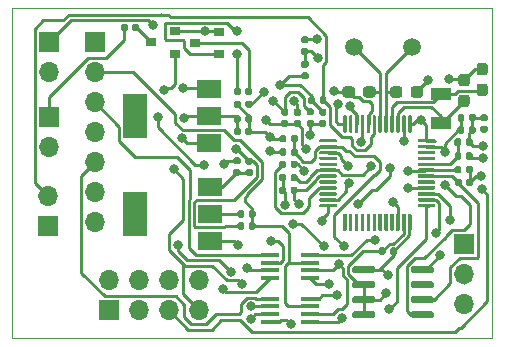
<source format=gbr>
%TF.GenerationSoftware,KiCad,Pcbnew,(5.1.6-0-10_14)*%
%TF.CreationDate,2021-06-09T21:20:11-05:00*%
%TF.ProjectId,led_driver_v2_06052021,6c65645f-6472-4697-9665-725f76325f30,rev?*%
%TF.SameCoordinates,Original*%
%TF.FileFunction,Copper,L1,Top*%
%TF.FilePolarity,Positive*%
%FSLAX46Y46*%
G04 Gerber Fmt 4.6, Leading zero omitted, Abs format (unit mm)*
G04 Created by KiCad (PCBNEW (5.1.6-0-10_14)) date 2021-06-09 21:20:11*
%MOMM*%
%LPD*%
G01*
G04 APERTURE LIST*
%TA.AperFunction,Profile*%
%ADD10C,0.050000*%
%TD*%
%TA.AperFunction,ComponentPad*%
%ADD11C,1.500000*%
%TD*%
%TA.AperFunction,ComponentPad*%
%ADD12R,1.700000X1.700000*%
%TD*%
%TA.AperFunction,ComponentPad*%
%ADD13O,1.700000X1.700000*%
%TD*%
%TA.AperFunction,SMDPad,CuDef*%
%ADD14R,0.900000X0.800000*%
%TD*%
%TA.AperFunction,SMDPad,CuDef*%
%ADD15R,2.000000X1.500000*%
%TD*%
%TA.AperFunction,SMDPad,CuDef*%
%ADD16R,2.000000X3.800000*%
%TD*%
%TA.AperFunction,SMDPad,CuDef*%
%ADD17R,1.600000X0.300000*%
%TD*%
%TA.AperFunction,SMDPad,CuDef*%
%ADD18R,1.800000X1.000000*%
%TD*%
%TA.AperFunction,ViaPad*%
%ADD19C,0.800000*%
%TD*%
%TA.AperFunction,Conductor*%
%ADD20C,0.250000*%
%TD*%
G04 APERTURE END LIST*
D10*
X182880000Y-25400000D02*
X142240000Y-25400000D01*
X182880000Y-53340000D02*
X182880000Y-25400000D01*
X142240000Y-53340000D02*
X182880000Y-53340000D01*
X142240000Y-25400000D02*
X142240000Y-53340000D01*
D11*
%TO.P,Y2,1*%
%TO.N,/XTAL1_HI*%
X176070000Y-28660000D03*
%TO.P,Y2,2*%
%TO.N,/XTAL2_HI*%
X171190000Y-28660000D03*
%TD*%
%TO.P,C1,1*%
%TO.N,/XTAL1*%
%TA.AperFunction,SMDPad,CuDef*%
G36*
G01*
X180707500Y-33745000D02*
X180232500Y-33745000D01*
G75*
G02*
X179995000Y-33507500I0J237500D01*
G01*
X179995000Y-32932500D01*
G75*
G02*
X180232500Y-32695000I237500J0D01*
G01*
X180707500Y-32695000D01*
G75*
G02*
X180945000Y-32932500I0J-237500D01*
G01*
X180945000Y-33507500D01*
G75*
G02*
X180707500Y-33745000I-237500J0D01*
G01*
G37*
%TD.AperFunction*%
%TO.P,C1,2*%
%TO.N,GND*%
%TA.AperFunction,SMDPad,CuDef*%
G36*
G01*
X180707500Y-31995000D02*
X180232500Y-31995000D01*
G75*
G02*
X179995000Y-31757500I0J237500D01*
G01*
X179995000Y-31182500D01*
G75*
G02*
X180232500Y-30945000I237500J0D01*
G01*
X180707500Y-30945000D01*
G75*
G02*
X180945000Y-31182500I0J-237500D01*
G01*
X180945000Y-31757500D01*
G75*
G02*
X180707500Y-31995000I-237500J0D01*
G01*
G37*
%TD.AperFunction*%
%TD*%
%TO.P,C2,2*%
%TO.N,GND*%
%TA.AperFunction,SMDPad,CuDef*%
G36*
G01*
X182247500Y-31070000D02*
X181772500Y-31070000D01*
G75*
G02*
X181535000Y-30832500I0J237500D01*
G01*
X181535000Y-30257500D01*
G75*
G02*
X181772500Y-30020000I237500J0D01*
G01*
X182247500Y-30020000D01*
G75*
G02*
X182485000Y-30257500I0J-237500D01*
G01*
X182485000Y-30832500D01*
G75*
G02*
X182247500Y-31070000I-237500J0D01*
G01*
G37*
%TD.AperFunction*%
%TO.P,C2,1*%
%TO.N,/XTAL2*%
%TA.AperFunction,SMDPad,CuDef*%
G36*
G01*
X182247500Y-32820000D02*
X181772500Y-32820000D01*
G75*
G02*
X181535000Y-32582500I0J237500D01*
G01*
X181535000Y-32007500D01*
G75*
G02*
X181772500Y-31770000I237500J0D01*
G01*
X182247500Y-31770000D01*
G75*
G02*
X182485000Y-32007500I0J-237500D01*
G01*
X182485000Y-32582500D01*
G75*
G02*
X182247500Y-32820000I-237500J0D01*
G01*
G37*
%TD.AperFunction*%
%TD*%
%TO.P,C3,1*%
%TO.N,/XTAL1_HI*%
%TA.AperFunction,SMDPad,CuDef*%
G36*
G01*
X174215000Y-32717500D02*
X174215000Y-32242500D01*
G75*
G02*
X174452500Y-32005000I237500J0D01*
G01*
X175027500Y-32005000D01*
G75*
G02*
X175265000Y-32242500I0J-237500D01*
G01*
X175265000Y-32717500D01*
G75*
G02*
X175027500Y-32955000I-237500J0D01*
G01*
X174452500Y-32955000D01*
G75*
G02*
X174215000Y-32717500I0J237500D01*
G01*
G37*
%TD.AperFunction*%
%TO.P,C3,2*%
%TO.N,GND*%
%TA.AperFunction,SMDPad,CuDef*%
G36*
G01*
X175965000Y-32717500D02*
X175965000Y-32242500D01*
G75*
G02*
X176202500Y-32005000I237500J0D01*
G01*
X176777500Y-32005000D01*
G75*
G02*
X177015000Y-32242500I0J-237500D01*
G01*
X177015000Y-32717500D01*
G75*
G02*
X176777500Y-32955000I-237500J0D01*
G01*
X176202500Y-32955000D01*
G75*
G02*
X175965000Y-32717500I0J237500D01*
G01*
G37*
%TD.AperFunction*%
%TD*%
%TO.P,C4,2*%
%TO.N,GND*%
%TA.AperFunction,SMDPad,CuDef*%
G36*
G01*
X171235000Y-32232500D02*
X171235000Y-32707500D01*
G75*
G02*
X170997500Y-32945000I-237500J0D01*
G01*
X170422500Y-32945000D01*
G75*
G02*
X170185000Y-32707500I0J237500D01*
G01*
X170185000Y-32232500D01*
G75*
G02*
X170422500Y-31995000I237500J0D01*
G01*
X170997500Y-31995000D01*
G75*
G02*
X171235000Y-32232500I0J-237500D01*
G01*
G37*
%TD.AperFunction*%
%TO.P,C4,1*%
%TO.N,/XTAL2_HI*%
%TA.AperFunction,SMDPad,CuDef*%
G36*
G01*
X172985000Y-32232500D02*
X172985000Y-32707500D01*
G75*
G02*
X172747500Y-32945000I-237500J0D01*
G01*
X172172500Y-32945000D01*
G75*
G02*
X171935000Y-32707500I0J237500D01*
G01*
X171935000Y-32232500D01*
G75*
G02*
X172172500Y-31995000I237500J0D01*
G01*
X172747500Y-31995000D01*
G75*
G02*
X172985000Y-32232500I0J-237500D01*
G01*
G37*
%TD.AperFunction*%
%TD*%
%TO.P,C5,2*%
%TO.N,/VIN*%
%TA.AperFunction,SMDPad,CuDef*%
G36*
G01*
X161970000Y-33692500D02*
X161970000Y-33347500D01*
G75*
G02*
X162117500Y-33200000I147500J0D01*
G01*
X162412500Y-33200000D01*
G75*
G02*
X162560000Y-33347500I0J-147500D01*
G01*
X162560000Y-33692500D01*
G75*
G02*
X162412500Y-33840000I-147500J0D01*
G01*
X162117500Y-33840000D01*
G75*
G02*
X161970000Y-33692500I0J147500D01*
G01*
G37*
%TD.AperFunction*%
%TO.P,C5,1*%
%TO.N,GND*%
%TA.AperFunction,SMDPad,CuDef*%
G36*
G01*
X161000000Y-33692500D02*
X161000000Y-33347500D01*
G75*
G02*
X161147500Y-33200000I147500J0D01*
G01*
X161442500Y-33200000D01*
G75*
G02*
X161590000Y-33347500I0J-147500D01*
G01*
X161590000Y-33692500D01*
G75*
G02*
X161442500Y-33840000I-147500J0D01*
G01*
X161147500Y-33840000D01*
G75*
G02*
X161000000Y-33692500I0J147500D01*
G01*
G37*
%TD.AperFunction*%
%TD*%
%TO.P,C6,1*%
%TO.N,GND*%
%TA.AperFunction,SMDPad,CuDef*%
G36*
G01*
X162550000Y-35657500D02*
X162550000Y-36002500D01*
G75*
G02*
X162402500Y-36150000I-147500J0D01*
G01*
X162107500Y-36150000D01*
G75*
G02*
X161960000Y-36002500I0J147500D01*
G01*
X161960000Y-35657500D01*
G75*
G02*
X162107500Y-35510000I147500J0D01*
G01*
X162402500Y-35510000D01*
G75*
G02*
X162550000Y-35657500I0J-147500D01*
G01*
G37*
%TD.AperFunction*%
%TO.P,C6,2*%
%TO.N,+3V3*%
%TA.AperFunction,SMDPad,CuDef*%
G36*
G01*
X161580000Y-35657500D02*
X161580000Y-36002500D01*
G75*
G02*
X161432500Y-36150000I-147500J0D01*
G01*
X161137500Y-36150000D01*
G75*
G02*
X160990000Y-36002500I0J147500D01*
G01*
X160990000Y-35657500D01*
G75*
G02*
X161137500Y-35510000I147500J0D01*
G01*
X161432500Y-35510000D01*
G75*
G02*
X161580000Y-35657500I0J-147500D01*
G01*
G37*
%TD.AperFunction*%
%TD*%
%TO.P,C7,1*%
%TO.N,+3V3*%
%TA.AperFunction,SMDPad,CuDef*%
G36*
G01*
X181987500Y-34350000D02*
X182332500Y-34350000D01*
G75*
G02*
X182480000Y-34497500I0J-147500D01*
G01*
X182480000Y-34792500D01*
G75*
G02*
X182332500Y-34940000I-147500J0D01*
G01*
X181987500Y-34940000D01*
G75*
G02*
X181840000Y-34792500I0J147500D01*
G01*
X181840000Y-34497500D01*
G75*
G02*
X181987500Y-34350000I147500J0D01*
G01*
G37*
%TD.AperFunction*%
%TO.P,C7,2*%
%TO.N,GND*%
%TA.AperFunction,SMDPad,CuDef*%
G36*
G01*
X181987500Y-35320000D02*
X182332500Y-35320000D01*
G75*
G02*
X182480000Y-35467500I0J-147500D01*
G01*
X182480000Y-35762500D01*
G75*
G02*
X182332500Y-35910000I-147500J0D01*
G01*
X181987500Y-35910000D01*
G75*
G02*
X181840000Y-35762500I0J147500D01*
G01*
X181840000Y-35467500D01*
G75*
G02*
X181987500Y-35320000I147500J0D01*
G01*
G37*
%TD.AperFunction*%
%TD*%
%TO.P,C8,1*%
%TO.N,+3V3*%
%TA.AperFunction,SMDPad,CuDef*%
G36*
G01*
X181470000Y-35507500D02*
X181470000Y-35852500D01*
G75*
G02*
X181322500Y-36000000I-147500J0D01*
G01*
X181027500Y-36000000D01*
G75*
G02*
X180880000Y-35852500I0J147500D01*
G01*
X180880000Y-35507500D01*
G75*
G02*
X181027500Y-35360000I147500J0D01*
G01*
X181322500Y-35360000D01*
G75*
G02*
X181470000Y-35507500I0J-147500D01*
G01*
G37*
%TD.AperFunction*%
%TO.P,C8,2*%
%TO.N,GND*%
%TA.AperFunction,SMDPad,CuDef*%
G36*
G01*
X180500000Y-35507500D02*
X180500000Y-35852500D01*
G75*
G02*
X180352500Y-36000000I-147500J0D01*
G01*
X180057500Y-36000000D01*
G75*
G02*
X179910000Y-35852500I0J147500D01*
G01*
X179910000Y-35507500D01*
G75*
G02*
X180057500Y-35360000I147500J0D01*
G01*
X180352500Y-35360000D01*
G75*
G02*
X180500000Y-35507500I0J-147500D01*
G01*
G37*
%TD.AperFunction*%
%TD*%
%TO.P,C9,2*%
%TO.N,GND*%
%TA.AperFunction,SMDPad,CuDef*%
G36*
G01*
X180515000Y-34487500D02*
X180515000Y-34832500D01*
G75*
G02*
X180367500Y-34980000I-147500J0D01*
G01*
X180072500Y-34980000D01*
G75*
G02*
X179925000Y-34832500I0J147500D01*
G01*
X179925000Y-34487500D01*
G75*
G02*
X180072500Y-34340000I147500J0D01*
G01*
X180367500Y-34340000D01*
G75*
G02*
X180515000Y-34487500I0J-147500D01*
G01*
G37*
%TD.AperFunction*%
%TO.P,C9,1*%
%TO.N,+3V3*%
%TA.AperFunction,SMDPad,CuDef*%
G36*
G01*
X181485000Y-34487500D02*
X181485000Y-34832500D01*
G75*
G02*
X181337500Y-34980000I-147500J0D01*
G01*
X181042500Y-34980000D01*
G75*
G02*
X180895000Y-34832500I0J147500D01*
G01*
X180895000Y-34487500D01*
G75*
G02*
X181042500Y-34340000I147500J0D01*
G01*
X181337500Y-34340000D01*
G75*
G02*
X181485000Y-34487500I0J-147500D01*
G01*
G37*
%TD.AperFunction*%
%TD*%
%TO.P,C10,2*%
%TO.N,+3V3*%
%TA.AperFunction,SMDPad,CuDef*%
G36*
G01*
X174215000Y-46132500D02*
X174215000Y-45787500D01*
G75*
G02*
X174362500Y-45640000I147500J0D01*
G01*
X174657500Y-45640000D01*
G75*
G02*
X174805000Y-45787500I0J-147500D01*
G01*
X174805000Y-46132500D01*
G75*
G02*
X174657500Y-46280000I-147500J0D01*
G01*
X174362500Y-46280000D01*
G75*
G02*
X174215000Y-46132500I0J147500D01*
G01*
G37*
%TD.AperFunction*%
%TO.P,C10,1*%
%TO.N,GND*%
%TA.AperFunction,SMDPad,CuDef*%
G36*
G01*
X173245000Y-46132500D02*
X173245000Y-45787500D01*
G75*
G02*
X173392500Y-45640000I147500J0D01*
G01*
X173687500Y-45640000D01*
G75*
G02*
X173835000Y-45787500I0J-147500D01*
G01*
X173835000Y-46132500D01*
G75*
G02*
X173687500Y-46280000I-147500J0D01*
G01*
X173392500Y-46280000D01*
G75*
G02*
X173245000Y-46132500I0J147500D01*
G01*
G37*
%TD.AperFunction*%
%TD*%
D12*
%TO.P,J3,1*%
%TO.N,GND*%
X145290000Y-43840000D03*
D13*
%TO.P,J3,2*%
%TO.N,/RST*%
X145290000Y-41300000D03*
%TD*%
D12*
%TO.P,J4,1*%
%TO.N,+3V3*%
X150420000Y-50960000D03*
D13*
%TO.P,J4,2*%
%TO.N,/SWDIO*%
X150420000Y-48420000D03*
%TO.P,J4,3*%
%TO.N,/SWCLK*%
X152960000Y-50960000D03*
%TO.P,J4,4*%
%TO.N,/SWO*%
X152960000Y-48420000D03*
%TO.P,J4,5*%
%TO.N,/NJTRST*%
X155500000Y-50960000D03*
%TO.P,J4,6*%
%TO.N,/TDI*%
X155500000Y-48420000D03*
%TO.P,J4,7*%
%TO.N,/STM32_LED_STRIP_OUT*%
X158040000Y-50960000D03*
%TO.P,J4,8*%
%TO.N,GND*%
X158040000Y-48420000D03*
%TD*%
D12*
%TO.P,J5,1*%
%TO.N,Net-(J5-Pad1)*%
X145360000Y-34570000D03*
D13*
%TO.P,J5,2*%
%TO.N,/SYS_5V*%
X145360000Y-37110000D03*
%TD*%
%TO.P,J6,2*%
%TO.N,/SYS_5V*%
X145340000Y-30770000D03*
D12*
%TO.P,J6,1*%
%TO.N,Net-(J6-Pad1)*%
X145340000Y-28230000D03*
%TD*%
%TO.P,J7,1*%
%TO.N,GND*%
X149220000Y-28260000D03*
D13*
%TO.P,J7,2*%
%TO.N,/SYS_5V*%
X149220000Y-30800000D03*
%TO.P,J7,3*%
%TO.N,/INT1_5V*%
X149220000Y-33340000D03*
%TO.P,J7,4*%
%TO.N,/INT2_5V*%
X149220000Y-35880000D03*
%TO.P,J7,5*%
%TO.N,/INT3_5V*%
X149220000Y-38420000D03*
%TO.P,J7,6*%
%TO.N,Net-(J7-Pad6)*%
X149220000Y-40960000D03*
%TO.P,J7,7*%
%TO.N,Net-(J7-Pad7)*%
X149220000Y-43500000D03*
%TD*%
D12*
%TO.P,J8,1*%
%TO.N,/VIN*%
X180500000Y-45340000D03*
D13*
%TO.P,J8,2*%
%TO.N,/LED_STRIP_OUT*%
X180500000Y-47880000D03*
%TO.P,J8,3*%
%TO.N,GND*%
X180500000Y-50420000D03*
%TD*%
D14*
%TO.P,Q1,3*%
%TO.N,Net-(Q1-Pad3)*%
X153970000Y-28280000D03*
%TO.P,Q1,2*%
%TO.N,GND*%
X155970000Y-27330000D03*
%TO.P,Q1,1*%
%TO.N,/GRN_LED*%
X155970000Y-29230000D03*
%TD*%
%TO.P,Q2,1*%
%TO.N,/RED_LED*%
X159730000Y-29260000D03*
%TO.P,Q2,2*%
%TO.N,GND*%
X159730000Y-27360000D03*
%TO.P,Q2,3*%
%TO.N,Net-(Q2-Pad3)*%
X157730000Y-28310000D03*
%TD*%
%TO.P,R1,2*%
%TO.N,/RST*%
%TA.AperFunction,SMDPad,CuDef*%
G36*
G01*
X168240000Y-33332500D02*
X168240000Y-32987500D01*
G75*
G02*
X168387500Y-32840000I147500J0D01*
G01*
X168682500Y-32840000D01*
G75*
G02*
X168830000Y-32987500I0J-147500D01*
G01*
X168830000Y-33332500D01*
G75*
G02*
X168682500Y-33480000I-147500J0D01*
G01*
X168387500Y-33480000D01*
G75*
G02*
X168240000Y-33332500I0J147500D01*
G01*
G37*
%TD.AperFunction*%
%TO.P,R1,1*%
%TO.N,+3V3*%
%TA.AperFunction,SMDPad,CuDef*%
G36*
G01*
X167270000Y-33332500D02*
X167270000Y-32987500D01*
G75*
G02*
X167417500Y-32840000I147500J0D01*
G01*
X167712500Y-32840000D01*
G75*
G02*
X167860000Y-32987500I0J-147500D01*
G01*
X167860000Y-33332500D01*
G75*
G02*
X167712500Y-33480000I-147500J0D01*
G01*
X167417500Y-33480000D01*
G75*
G02*
X167270000Y-33332500I0J147500D01*
G01*
G37*
%TD.AperFunction*%
%TD*%
%TO.P,R2,2*%
%TO.N,/INT3*%
%TA.AperFunction,SMDPad,CuDef*%
G36*
G01*
X168337500Y-34850000D02*
X168682500Y-34850000D01*
G75*
G02*
X168830000Y-34997500I0J-147500D01*
G01*
X168830000Y-35292500D01*
G75*
G02*
X168682500Y-35440000I-147500J0D01*
G01*
X168337500Y-35440000D01*
G75*
G02*
X168190000Y-35292500I0J147500D01*
G01*
X168190000Y-34997500D01*
G75*
G02*
X168337500Y-34850000I147500J0D01*
G01*
G37*
%TD.AperFunction*%
%TO.P,R2,1*%
%TO.N,+3V3*%
%TA.AperFunction,SMDPad,CuDef*%
G36*
G01*
X168337500Y-33880000D02*
X168682500Y-33880000D01*
G75*
G02*
X168830000Y-34027500I0J-147500D01*
G01*
X168830000Y-34322500D01*
G75*
G02*
X168682500Y-34470000I-147500J0D01*
G01*
X168337500Y-34470000D01*
G75*
G02*
X168190000Y-34322500I0J147500D01*
G01*
X168190000Y-34027500D01*
G75*
G02*
X168337500Y-33880000I147500J0D01*
G01*
G37*
%TD.AperFunction*%
%TD*%
%TO.P,R3,1*%
%TO.N,/INT3*%
%TA.AperFunction,SMDPad,CuDef*%
G36*
G01*
X167642500Y-35430000D02*
X167297500Y-35430000D01*
G75*
G02*
X167150000Y-35282500I0J147500D01*
G01*
X167150000Y-34987500D01*
G75*
G02*
X167297500Y-34840000I147500J0D01*
G01*
X167642500Y-34840000D01*
G75*
G02*
X167790000Y-34987500I0J-147500D01*
G01*
X167790000Y-35282500D01*
G75*
G02*
X167642500Y-35430000I-147500J0D01*
G01*
G37*
%TD.AperFunction*%
%TO.P,R3,2*%
%TO.N,GND*%
%TA.AperFunction,SMDPad,CuDef*%
G36*
G01*
X167642500Y-34460000D02*
X167297500Y-34460000D01*
G75*
G02*
X167150000Y-34312500I0J147500D01*
G01*
X167150000Y-34017500D01*
G75*
G02*
X167297500Y-33870000I147500J0D01*
G01*
X167642500Y-33870000D01*
G75*
G02*
X167790000Y-34017500I0J-147500D01*
G01*
X167790000Y-34312500D01*
G75*
G02*
X167642500Y-34460000I-147500J0D01*
G01*
G37*
%TD.AperFunction*%
%TD*%
%TO.P,R4,2*%
%TO.N,GND*%
%TA.AperFunction,SMDPad,CuDef*%
G36*
G01*
X161960000Y-34932500D02*
X161960000Y-34587500D01*
G75*
G02*
X162107500Y-34440000I147500J0D01*
G01*
X162402500Y-34440000D01*
G75*
G02*
X162550000Y-34587500I0J-147500D01*
G01*
X162550000Y-34932500D01*
G75*
G02*
X162402500Y-35080000I-147500J0D01*
G01*
X162107500Y-35080000D01*
G75*
G02*
X161960000Y-34932500I0J147500D01*
G01*
G37*
%TD.AperFunction*%
%TO.P,R4,1*%
%TO.N,+3V3*%
%TA.AperFunction,SMDPad,CuDef*%
G36*
G01*
X160990000Y-34932500D02*
X160990000Y-34587500D01*
G75*
G02*
X161137500Y-34440000I147500J0D01*
G01*
X161432500Y-34440000D01*
G75*
G02*
X161580000Y-34587500I0J-147500D01*
G01*
X161580000Y-34932500D01*
G75*
G02*
X161432500Y-35080000I-147500J0D01*
G01*
X161137500Y-35080000D01*
G75*
G02*
X160990000Y-34932500I0J147500D01*
G01*
G37*
%TD.AperFunction*%
%TD*%
%TO.P,R5,1*%
%TO.N,/GRN_LED*%
%TA.AperFunction,SMDPad,CuDef*%
G36*
G01*
X166375000Y-40627500D02*
X166375000Y-40972500D01*
G75*
G02*
X166227500Y-41120000I-147500J0D01*
G01*
X165932500Y-41120000D01*
G75*
G02*
X165785000Y-40972500I0J147500D01*
G01*
X165785000Y-40627500D01*
G75*
G02*
X165932500Y-40480000I147500J0D01*
G01*
X166227500Y-40480000D01*
G75*
G02*
X166375000Y-40627500I0J-147500D01*
G01*
G37*
%TD.AperFunction*%
%TO.P,R5,2*%
%TO.N,GND*%
%TA.AperFunction,SMDPad,CuDef*%
G36*
G01*
X165405000Y-40627500D02*
X165405000Y-40972500D01*
G75*
G02*
X165257500Y-41120000I-147500J0D01*
G01*
X164962500Y-41120000D01*
G75*
G02*
X164815000Y-40972500I0J147500D01*
G01*
X164815000Y-40627500D01*
G75*
G02*
X164962500Y-40480000I147500J0D01*
G01*
X165257500Y-40480000D01*
G75*
G02*
X165405000Y-40627500I0J-147500D01*
G01*
G37*
%TD.AperFunction*%
%TD*%
%TO.P,R6,2*%
%TO.N,/INT2*%
%TA.AperFunction,SMDPad,CuDef*%
G36*
G01*
X166187500Y-34860000D02*
X166532500Y-34860000D01*
G75*
G02*
X166680000Y-35007500I0J-147500D01*
G01*
X166680000Y-35302500D01*
G75*
G02*
X166532500Y-35450000I-147500J0D01*
G01*
X166187500Y-35450000D01*
G75*
G02*
X166040000Y-35302500I0J147500D01*
G01*
X166040000Y-35007500D01*
G75*
G02*
X166187500Y-34860000I147500J0D01*
G01*
G37*
%TD.AperFunction*%
%TO.P,R6,1*%
%TO.N,+3V3*%
%TA.AperFunction,SMDPad,CuDef*%
G36*
G01*
X166187500Y-33890000D02*
X166532500Y-33890000D01*
G75*
G02*
X166680000Y-34037500I0J-147500D01*
G01*
X166680000Y-34332500D01*
G75*
G02*
X166532500Y-34480000I-147500J0D01*
G01*
X166187500Y-34480000D01*
G75*
G02*
X166040000Y-34332500I0J147500D01*
G01*
X166040000Y-34037500D01*
G75*
G02*
X166187500Y-33890000I147500J0D01*
G01*
G37*
%TD.AperFunction*%
%TD*%
%TO.P,R7,1*%
%TO.N,/INT2*%
%TA.AperFunction,SMDPad,CuDef*%
G36*
G01*
X165462500Y-35440000D02*
X165117500Y-35440000D01*
G75*
G02*
X164970000Y-35292500I0J147500D01*
G01*
X164970000Y-34997500D01*
G75*
G02*
X165117500Y-34850000I147500J0D01*
G01*
X165462500Y-34850000D01*
G75*
G02*
X165610000Y-34997500I0J-147500D01*
G01*
X165610000Y-35292500D01*
G75*
G02*
X165462500Y-35440000I-147500J0D01*
G01*
G37*
%TD.AperFunction*%
%TO.P,R7,2*%
%TO.N,GND*%
%TA.AperFunction,SMDPad,CuDef*%
G36*
G01*
X165462500Y-34470000D02*
X165117500Y-34470000D01*
G75*
G02*
X164970000Y-34322500I0J147500D01*
G01*
X164970000Y-34027500D01*
G75*
G02*
X165117500Y-33880000I147500J0D01*
G01*
X165462500Y-33880000D01*
G75*
G02*
X165610000Y-34027500I0J-147500D01*
G01*
X165610000Y-34322500D01*
G75*
G02*
X165462500Y-34470000I-147500J0D01*
G01*
G37*
%TD.AperFunction*%
%TD*%
%TO.P,R8,2*%
%TO.N,Net-(Q1-Pad3)*%
%TA.AperFunction,SMDPad,CuDef*%
G36*
G01*
X152400000Y-27182500D02*
X152400000Y-26837500D01*
G75*
G02*
X152547500Y-26690000I147500J0D01*
G01*
X152842500Y-26690000D01*
G75*
G02*
X152990000Y-26837500I0J-147500D01*
G01*
X152990000Y-27182500D01*
G75*
G02*
X152842500Y-27330000I-147500J0D01*
G01*
X152547500Y-27330000D01*
G75*
G02*
X152400000Y-27182500I0J147500D01*
G01*
G37*
%TD.AperFunction*%
%TO.P,R8,1*%
%TO.N,Net-(J5-Pad1)*%
%TA.AperFunction,SMDPad,CuDef*%
G36*
G01*
X151430000Y-27182500D02*
X151430000Y-26837500D01*
G75*
G02*
X151577500Y-26690000I147500J0D01*
G01*
X151872500Y-26690000D01*
G75*
G02*
X152020000Y-26837500I0J-147500D01*
G01*
X152020000Y-27182500D01*
G75*
G02*
X151872500Y-27330000I-147500J0D01*
G01*
X151577500Y-27330000D01*
G75*
G02*
X151430000Y-27182500I0J147500D01*
G01*
G37*
%TD.AperFunction*%
%TD*%
%TO.P,R9,1*%
%TO.N,+3V3*%
%TA.AperFunction,SMDPad,CuDef*%
G36*
G01*
X167182500Y-31410000D02*
X166837500Y-31410000D01*
G75*
G02*
X166690000Y-31262500I0J147500D01*
G01*
X166690000Y-30967500D01*
G75*
G02*
X166837500Y-30820000I147500J0D01*
G01*
X167182500Y-30820000D01*
G75*
G02*
X167330000Y-30967500I0J-147500D01*
G01*
X167330000Y-31262500D01*
G75*
G02*
X167182500Y-31410000I-147500J0D01*
G01*
G37*
%TD.AperFunction*%
%TO.P,R9,2*%
%TO.N,/INT1*%
%TA.AperFunction,SMDPad,CuDef*%
G36*
G01*
X167182500Y-30440000D02*
X166837500Y-30440000D01*
G75*
G02*
X166690000Y-30292500I0J147500D01*
G01*
X166690000Y-29997500D01*
G75*
G02*
X166837500Y-29850000I147500J0D01*
G01*
X167182500Y-29850000D01*
G75*
G02*
X167330000Y-29997500I0J-147500D01*
G01*
X167330000Y-30292500D01*
G75*
G02*
X167182500Y-30440000I-147500J0D01*
G01*
G37*
%TD.AperFunction*%
%TD*%
%TO.P,R10,2*%
%TO.N,GND*%
%TA.AperFunction,SMDPad,CuDef*%
G36*
G01*
X167152500Y-28365000D02*
X166807500Y-28365000D01*
G75*
G02*
X166660000Y-28217500I0J147500D01*
G01*
X166660000Y-27922500D01*
G75*
G02*
X166807500Y-27775000I147500J0D01*
G01*
X167152500Y-27775000D01*
G75*
G02*
X167300000Y-27922500I0J-147500D01*
G01*
X167300000Y-28217500D01*
G75*
G02*
X167152500Y-28365000I-147500J0D01*
G01*
G37*
%TD.AperFunction*%
%TO.P,R10,1*%
%TO.N,/INT1*%
%TA.AperFunction,SMDPad,CuDef*%
G36*
G01*
X167152500Y-29335000D02*
X166807500Y-29335000D01*
G75*
G02*
X166660000Y-29187500I0J147500D01*
G01*
X166660000Y-28892500D01*
G75*
G02*
X166807500Y-28745000I147500J0D01*
G01*
X167152500Y-28745000D01*
G75*
G02*
X167300000Y-28892500I0J-147500D01*
G01*
X167300000Y-29187500D01*
G75*
G02*
X167152500Y-29335000I-147500J0D01*
G01*
G37*
%TD.AperFunction*%
%TD*%
%TO.P,R11,2*%
%TO.N,Net-(R11-Pad2)*%
%TA.AperFunction,SMDPad,CuDef*%
G36*
G01*
X180240000Y-36557500D02*
X180240000Y-36902500D01*
G75*
G02*
X180092500Y-37050000I-147500J0D01*
G01*
X179797500Y-37050000D01*
G75*
G02*
X179650000Y-36902500I0J147500D01*
G01*
X179650000Y-36557500D01*
G75*
G02*
X179797500Y-36410000I147500J0D01*
G01*
X180092500Y-36410000D01*
G75*
G02*
X180240000Y-36557500I0J-147500D01*
G01*
G37*
%TD.AperFunction*%
%TO.P,R11,1*%
%TO.N,+3V3*%
%TA.AperFunction,SMDPad,CuDef*%
G36*
G01*
X181210000Y-36557500D02*
X181210000Y-36902500D01*
G75*
G02*
X181062500Y-37050000I-147500J0D01*
G01*
X180767500Y-37050000D01*
G75*
G02*
X180620000Y-36902500I0J147500D01*
G01*
X180620000Y-36557500D01*
G75*
G02*
X180767500Y-36410000I147500J0D01*
G01*
X181062500Y-36410000D01*
G75*
G02*
X181210000Y-36557500I0J-147500D01*
G01*
G37*
%TD.AperFunction*%
%TD*%
%TO.P,R12,1*%
%TO.N,Net-(R11-Pad2)*%
%TA.AperFunction,SMDPad,CuDef*%
G36*
G01*
X179670000Y-38072500D02*
X179670000Y-37727500D01*
G75*
G02*
X179817500Y-37580000I147500J0D01*
G01*
X180112500Y-37580000D01*
G75*
G02*
X180260000Y-37727500I0J-147500D01*
G01*
X180260000Y-38072500D01*
G75*
G02*
X180112500Y-38220000I-147500J0D01*
G01*
X179817500Y-38220000D01*
G75*
G02*
X179670000Y-38072500I0J147500D01*
G01*
G37*
%TD.AperFunction*%
%TO.P,R12,2*%
%TO.N,GND*%
%TA.AperFunction,SMDPad,CuDef*%
G36*
G01*
X180640000Y-38072500D02*
X180640000Y-37727500D01*
G75*
G02*
X180787500Y-37580000I147500J0D01*
G01*
X181082500Y-37580000D01*
G75*
G02*
X181230000Y-37727500I0J-147500D01*
G01*
X181230000Y-38072500D01*
G75*
G02*
X181082500Y-38220000I-147500J0D01*
G01*
X180787500Y-38220000D01*
G75*
G02*
X180640000Y-38072500I0J147500D01*
G01*
G37*
%TD.AperFunction*%
%TD*%
%TO.P,R13,2*%
%TO.N,/I2C1_SCL*%
%TA.AperFunction,SMDPad,CuDef*%
G36*
G01*
X180270000Y-39947500D02*
X180270000Y-40292500D01*
G75*
G02*
X180122500Y-40440000I-147500J0D01*
G01*
X179827500Y-40440000D01*
G75*
G02*
X179680000Y-40292500I0J147500D01*
G01*
X179680000Y-39947500D01*
G75*
G02*
X179827500Y-39800000I147500J0D01*
G01*
X180122500Y-39800000D01*
G75*
G02*
X180270000Y-39947500I0J-147500D01*
G01*
G37*
%TD.AperFunction*%
%TO.P,R13,1*%
%TO.N,+3V3*%
%TA.AperFunction,SMDPad,CuDef*%
G36*
G01*
X181240000Y-39947500D02*
X181240000Y-40292500D01*
G75*
G02*
X181092500Y-40440000I-147500J0D01*
G01*
X180797500Y-40440000D01*
G75*
G02*
X180650000Y-40292500I0J147500D01*
G01*
X180650000Y-39947500D01*
G75*
G02*
X180797500Y-39800000I147500J0D01*
G01*
X181092500Y-39800000D01*
G75*
G02*
X181240000Y-39947500I0J-147500D01*
G01*
G37*
%TD.AperFunction*%
%TD*%
%TO.P,R14,2*%
%TO.N,GND*%
%TA.AperFunction,SMDPad,CuDef*%
G36*
G01*
X165410000Y-39547500D02*
X165410000Y-39892500D01*
G75*
G02*
X165262500Y-40040000I-147500J0D01*
G01*
X164967500Y-40040000D01*
G75*
G02*
X164820000Y-39892500I0J147500D01*
G01*
X164820000Y-39547500D01*
G75*
G02*
X164967500Y-39400000I147500J0D01*
G01*
X165262500Y-39400000D01*
G75*
G02*
X165410000Y-39547500I0J-147500D01*
G01*
G37*
%TD.AperFunction*%
%TO.P,R14,1*%
%TO.N,/RED_LED*%
%TA.AperFunction,SMDPad,CuDef*%
G36*
G01*
X166380000Y-39547500D02*
X166380000Y-39892500D01*
G75*
G02*
X166232500Y-40040000I-147500J0D01*
G01*
X165937500Y-40040000D01*
G75*
G02*
X165790000Y-39892500I0J147500D01*
G01*
X165790000Y-39547500D01*
G75*
G02*
X165937500Y-39400000I147500J0D01*
G01*
X166232500Y-39400000D01*
G75*
G02*
X166380000Y-39547500I0J-147500D01*
G01*
G37*
%TD.AperFunction*%
%TD*%
%TO.P,R15,1*%
%TO.N,+3V3*%
%TA.AperFunction,SMDPad,CuDef*%
G36*
G01*
X181225000Y-38877500D02*
X181225000Y-39222500D01*
G75*
G02*
X181077500Y-39370000I-147500J0D01*
G01*
X180782500Y-39370000D01*
G75*
G02*
X180635000Y-39222500I0J147500D01*
G01*
X180635000Y-38877500D01*
G75*
G02*
X180782500Y-38730000I147500J0D01*
G01*
X181077500Y-38730000D01*
G75*
G02*
X181225000Y-38877500I0J-147500D01*
G01*
G37*
%TD.AperFunction*%
%TO.P,R15,2*%
%TO.N,/I2C1_SDA*%
%TA.AperFunction,SMDPad,CuDef*%
G36*
G01*
X180255000Y-38877500D02*
X180255000Y-39222500D01*
G75*
G02*
X180107500Y-39370000I-147500J0D01*
G01*
X179812500Y-39370000D01*
G75*
G02*
X179665000Y-39222500I0J147500D01*
G01*
X179665000Y-38877500D01*
G75*
G02*
X179812500Y-38730000I147500J0D01*
G01*
X180107500Y-38730000D01*
G75*
G02*
X180255000Y-38877500I0J-147500D01*
G01*
G37*
%TD.AperFunction*%
%TD*%
%TO.P,R16,1*%
%TO.N,Net-(J6-Pad1)*%
%TA.AperFunction,SMDPad,CuDef*%
G36*
G01*
X160980000Y-32622500D02*
X160980000Y-32277500D01*
G75*
G02*
X161127500Y-32130000I147500J0D01*
G01*
X161422500Y-32130000D01*
G75*
G02*
X161570000Y-32277500I0J-147500D01*
G01*
X161570000Y-32622500D01*
G75*
G02*
X161422500Y-32770000I-147500J0D01*
G01*
X161127500Y-32770000D01*
G75*
G02*
X160980000Y-32622500I0J147500D01*
G01*
G37*
%TD.AperFunction*%
%TO.P,R16,2*%
%TO.N,Net-(Q2-Pad3)*%
%TA.AperFunction,SMDPad,CuDef*%
G36*
G01*
X161950000Y-32622500D02*
X161950000Y-32277500D01*
G75*
G02*
X162097500Y-32130000I147500J0D01*
G01*
X162392500Y-32130000D01*
G75*
G02*
X162540000Y-32277500I0J-147500D01*
G01*
X162540000Y-32622500D01*
G75*
G02*
X162392500Y-32770000I-147500J0D01*
G01*
X162097500Y-32770000D01*
G75*
G02*
X161950000Y-32622500I0J147500D01*
G01*
G37*
%TD.AperFunction*%
%TD*%
%TO.P,R17,2*%
%TO.N,/LVL_SHIFTER_EN*%
%TA.AperFunction,SMDPad,CuDef*%
G36*
G01*
X165820000Y-37742500D02*
X165820000Y-37397500D01*
G75*
G02*
X165967500Y-37250000I147500J0D01*
G01*
X166262500Y-37250000D01*
G75*
G02*
X166410000Y-37397500I0J-147500D01*
G01*
X166410000Y-37742500D01*
G75*
G02*
X166262500Y-37890000I-147500J0D01*
G01*
X165967500Y-37890000D01*
G75*
G02*
X165820000Y-37742500I0J147500D01*
G01*
G37*
%TD.AperFunction*%
%TO.P,R17,1*%
%TO.N,+3V3*%
%TA.AperFunction,SMDPad,CuDef*%
G36*
G01*
X164850000Y-37742500D02*
X164850000Y-37397500D01*
G75*
G02*
X164997500Y-37250000I147500J0D01*
G01*
X165292500Y-37250000D01*
G75*
G02*
X165440000Y-37397500I0J-147500D01*
G01*
X165440000Y-37742500D01*
G75*
G02*
X165292500Y-37890000I-147500J0D01*
G01*
X164997500Y-37890000D01*
G75*
G02*
X164850000Y-37742500I0J147500D01*
G01*
G37*
%TD.AperFunction*%
%TD*%
%TO.P,R18,1*%
%TO.N,/LVL_SHIFTER_EN*%
%TA.AperFunction,SMDPad,CuDef*%
G36*
G01*
X166410000Y-36247500D02*
X166410000Y-36592500D01*
G75*
G02*
X166262500Y-36740000I-147500J0D01*
G01*
X165967500Y-36740000D01*
G75*
G02*
X165820000Y-36592500I0J147500D01*
G01*
X165820000Y-36247500D01*
G75*
G02*
X165967500Y-36100000I147500J0D01*
G01*
X166262500Y-36100000D01*
G75*
G02*
X166410000Y-36247500I0J-147500D01*
G01*
G37*
%TD.AperFunction*%
%TO.P,R18,2*%
%TO.N,GND*%
%TA.AperFunction,SMDPad,CuDef*%
G36*
G01*
X165440000Y-36247500D02*
X165440000Y-36592500D01*
G75*
G02*
X165292500Y-36740000I-147500J0D01*
G01*
X164997500Y-36740000D01*
G75*
G02*
X164850000Y-36592500I0J147500D01*
G01*
X164850000Y-36247500D01*
G75*
G02*
X164997500Y-36100000I147500J0D01*
G01*
X165292500Y-36100000D01*
G75*
G02*
X165440000Y-36247500I0J-147500D01*
G01*
G37*
%TD.AperFunction*%
%TD*%
%TO.P,R19,1*%
%TO.N,/STM32_LED_STRIP_OUT_BACKUP*%
%TA.AperFunction,SMDPad,CuDef*%
G36*
G01*
X164820000Y-38772500D02*
X164820000Y-38427500D01*
G75*
G02*
X164967500Y-38280000I147500J0D01*
G01*
X165262500Y-38280000D01*
G75*
G02*
X165410000Y-38427500I0J-147500D01*
G01*
X165410000Y-38772500D01*
G75*
G02*
X165262500Y-38920000I-147500J0D01*
G01*
X164967500Y-38920000D01*
G75*
G02*
X164820000Y-38772500I0J147500D01*
G01*
G37*
%TD.AperFunction*%
%TO.P,R19,2*%
%TO.N,/STM32_LED_STRIP_OUT*%
%TA.AperFunction,SMDPad,CuDef*%
G36*
G01*
X165790000Y-38772500D02*
X165790000Y-38427500D01*
G75*
G02*
X165937500Y-38280000I147500J0D01*
G01*
X166232500Y-38280000D01*
G75*
G02*
X166380000Y-38427500I0J-147500D01*
G01*
X166380000Y-38772500D01*
G75*
G02*
X166232500Y-38920000I-147500J0D01*
G01*
X165937500Y-38920000D01*
G75*
G02*
X165790000Y-38772500I0J147500D01*
G01*
G37*
%TD.AperFunction*%
%TD*%
%TO.P,R20,1*%
%TO.N,/12V_EN*%
%TA.AperFunction,SMDPad,CuDef*%
G36*
G01*
X161412500Y-39580000D02*
X161067500Y-39580000D01*
G75*
G02*
X160920000Y-39432500I0J147500D01*
G01*
X160920000Y-39137500D01*
G75*
G02*
X161067500Y-38990000I147500J0D01*
G01*
X161412500Y-38990000D01*
G75*
G02*
X161560000Y-39137500I0J-147500D01*
G01*
X161560000Y-39432500D01*
G75*
G02*
X161412500Y-39580000I-147500J0D01*
G01*
G37*
%TD.AperFunction*%
%TO.P,R20,2*%
%TO.N,GND*%
%TA.AperFunction,SMDPad,CuDef*%
G36*
G01*
X161412500Y-38610000D02*
X161067500Y-38610000D01*
G75*
G02*
X160920000Y-38462500I0J147500D01*
G01*
X160920000Y-38167500D01*
G75*
G02*
X161067500Y-38020000I147500J0D01*
G01*
X161412500Y-38020000D01*
G75*
G02*
X161560000Y-38167500I0J-147500D01*
G01*
X161560000Y-38462500D01*
G75*
G02*
X161412500Y-38610000I-147500J0D01*
G01*
G37*
%TD.AperFunction*%
%TD*%
%TO.P,R21,2*%
%TO.N,/SYS_5V*%
%TA.AperFunction,SMDPad,CuDef*%
G36*
G01*
X162250000Y-42962500D02*
X162250000Y-42617500D01*
G75*
G02*
X162397500Y-42470000I147500J0D01*
G01*
X162692500Y-42470000D01*
G75*
G02*
X162840000Y-42617500I0J-147500D01*
G01*
X162840000Y-42962500D01*
G75*
G02*
X162692500Y-43110000I-147500J0D01*
G01*
X162397500Y-43110000D01*
G75*
G02*
X162250000Y-42962500I0J147500D01*
G01*
G37*
%TD.AperFunction*%
%TO.P,R21,1*%
%TO.N,Net-(R21-Pad1)*%
%TA.AperFunction,SMDPad,CuDef*%
G36*
G01*
X161280000Y-42962500D02*
X161280000Y-42617500D01*
G75*
G02*
X161427500Y-42470000I147500J0D01*
G01*
X161722500Y-42470000D01*
G75*
G02*
X161870000Y-42617500I0J-147500D01*
G01*
X161870000Y-42962500D01*
G75*
G02*
X161722500Y-43110000I-147500J0D01*
G01*
X161427500Y-43110000D01*
G75*
G02*
X161280000Y-42962500I0J147500D01*
G01*
G37*
%TD.AperFunction*%
%TD*%
%TO.P,R22,1*%
%TO.N,/VIN*%
%TA.AperFunction,SMDPad,CuDef*%
G36*
G01*
X161290000Y-44002500D02*
X161290000Y-43657500D01*
G75*
G02*
X161437500Y-43510000I147500J0D01*
G01*
X161732500Y-43510000D01*
G75*
G02*
X161880000Y-43657500I0J-147500D01*
G01*
X161880000Y-44002500D01*
G75*
G02*
X161732500Y-44150000I-147500J0D01*
G01*
X161437500Y-44150000D01*
G75*
G02*
X161290000Y-44002500I0J147500D01*
G01*
G37*
%TD.AperFunction*%
%TO.P,R22,2*%
%TO.N,/SYS_5V*%
%TA.AperFunction,SMDPad,CuDef*%
G36*
G01*
X162260000Y-44002500D02*
X162260000Y-43657500D01*
G75*
G02*
X162407500Y-43510000I147500J0D01*
G01*
X162702500Y-43510000D01*
G75*
G02*
X162850000Y-43657500I0J-147500D01*
G01*
X162850000Y-44002500D01*
G75*
G02*
X162702500Y-44150000I-147500J0D01*
G01*
X162407500Y-44150000D01*
G75*
G02*
X162260000Y-44002500I0J147500D01*
G01*
G37*
%TD.AperFunction*%
%TD*%
%TO.P,R23,1*%
%TO.N,/12V_EN*%
%TA.AperFunction,SMDPad,CuDef*%
G36*
G01*
X162462500Y-39590000D02*
X162117500Y-39590000D01*
G75*
G02*
X161970000Y-39442500I0J147500D01*
G01*
X161970000Y-39147500D01*
G75*
G02*
X162117500Y-39000000I147500J0D01*
G01*
X162462500Y-39000000D01*
G75*
G02*
X162610000Y-39147500I0J-147500D01*
G01*
X162610000Y-39442500D01*
G75*
G02*
X162462500Y-39590000I-147500J0D01*
G01*
G37*
%TD.AperFunction*%
%TO.P,R23,2*%
%TO.N,/VIN*%
%TA.AperFunction,SMDPad,CuDef*%
G36*
G01*
X162462500Y-38620000D02*
X162117500Y-38620000D01*
G75*
G02*
X161970000Y-38472500I0J147500D01*
G01*
X161970000Y-38177500D01*
G75*
G02*
X162117500Y-38030000I147500J0D01*
G01*
X162462500Y-38030000D01*
G75*
G02*
X162610000Y-38177500I0J-147500D01*
G01*
X162610000Y-38472500D01*
G75*
G02*
X162462500Y-38620000I-147500J0D01*
G01*
G37*
%TD.AperFunction*%
%TD*%
D15*
%TO.P,U1,1*%
%TO.N,GND*%
X158920000Y-36790000D03*
%TO.P,U1,3*%
%TO.N,/VIN*%
X158920000Y-32190000D03*
%TO.P,U1,2*%
%TO.N,+3V3*%
X158920000Y-34490000D03*
D16*
%TO.P,U1,4*%
%TO.N,N/C*%
X152620000Y-34490000D03*
%TD*%
%TO.P,U2,1*%
%TO.N,+3V3*%
%TA.AperFunction,SMDPad,CuDef*%
G36*
G01*
X175805000Y-34450000D02*
X175955000Y-34450000D01*
G75*
G02*
X176030000Y-34525000I0J-75000D01*
G01*
X176030000Y-35850000D01*
G75*
G02*
X175955000Y-35925000I-75000J0D01*
G01*
X175805000Y-35925000D01*
G75*
G02*
X175730000Y-35850000I0J75000D01*
G01*
X175730000Y-34525000D01*
G75*
G02*
X175805000Y-34450000I75000J0D01*
G01*
G37*
%TD.AperFunction*%
%TO.P,U2,2*%
%TO.N,/INT1*%
%TA.AperFunction,SMDPad,CuDef*%
G36*
G01*
X175305000Y-34450000D02*
X175455000Y-34450000D01*
G75*
G02*
X175530000Y-34525000I0J-75000D01*
G01*
X175530000Y-35850000D01*
G75*
G02*
X175455000Y-35925000I-75000J0D01*
G01*
X175305000Y-35925000D01*
G75*
G02*
X175230000Y-35850000I0J75000D01*
G01*
X175230000Y-34525000D01*
G75*
G02*
X175305000Y-34450000I75000J0D01*
G01*
G37*
%TD.AperFunction*%
%TO.P,U2,3*%
%TO.N,/XTAL1*%
%TA.AperFunction,SMDPad,CuDef*%
G36*
G01*
X174805000Y-34450000D02*
X174955000Y-34450000D01*
G75*
G02*
X175030000Y-34525000I0J-75000D01*
G01*
X175030000Y-35850000D01*
G75*
G02*
X174955000Y-35925000I-75000J0D01*
G01*
X174805000Y-35925000D01*
G75*
G02*
X174730000Y-35850000I0J75000D01*
G01*
X174730000Y-34525000D01*
G75*
G02*
X174805000Y-34450000I75000J0D01*
G01*
G37*
%TD.AperFunction*%
%TO.P,U2,4*%
%TO.N,/XTAL2*%
%TA.AperFunction,SMDPad,CuDef*%
G36*
G01*
X174305000Y-34450000D02*
X174455000Y-34450000D01*
G75*
G02*
X174530000Y-34525000I0J-75000D01*
G01*
X174530000Y-35850000D01*
G75*
G02*
X174455000Y-35925000I-75000J0D01*
G01*
X174305000Y-35925000D01*
G75*
G02*
X174230000Y-35850000I0J75000D01*
G01*
X174230000Y-34525000D01*
G75*
G02*
X174305000Y-34450000I75000J0D01*
G01*
G37*
%TD.AperFunction*%
%TO.P,U2,5*%
%TO.N,/XTAL1_HI*%
%TA.AperFunction,SMDPad,CuDef*%
G36*
G01*
X173805000Y-34450000D02*
X173955000Y-34450000D01*
G75*
G02*
X174030000Y-34525000I0J-75000D01*
G01*
X174030000Y-35850000D01*
G75*
G02*
X173955000Y-35925000I-75000J0D01*
G01*
X173805000Y-35925000D01*
G75*
G02*
X173730000Y-35850000I0J75000D01*
G01*
X173730000Y-34525000D01*
G75*
G02*
X173805000Y-34450000I75000J0D01*
G01*
G37*
%TD.AperFunction*%
%TO.P,U2,6*%
%TO.N,/XTAL2_HI*%
%TA.AperFunction,SMDPad,CuDef*%
G36*
G01*
X173305000Y-34450000D02*
X173455000Y-34450000D01*
G75*
G02*
X173530000Y-34525000I0J-75000D01*
G01*
X173530000Y-35850000D01*
G75*
G02*
X173455000Y-35925000I-75000J0D01*
G01*
X173305000Y-35925000D01*
G75*
G02*
X173230000Y-35850000I0J75000D01*
G01*
X173230000Y-34525000D01*
G75*
G02*
X173305000Y-34450000I75000J0D01*
G01*
G37*
%TD.AperFunction*%
%TO.P,U2,7*%
%TO.N,/RST*%
%TA.AperFunction,SMDPad,CuDef*%
G36*
G01*
X172805000Y-34450000D02*
X172955000Y-34450000D01*
G75*
G02*
X173030000Y-34525000I0J-75000D01*
G01*
X173030000Y-35850000D01*
G75*
G02*
X172955000Y-35925000I-75000J0D01*
G01*
X172805000Y-35925000D01*
G75*
G02*
X172730000Y-35850000I0J75000D01*
G01*
X172730000Y-34525000D01*
G75*
G02*
X172805000Y-34450000I75000J0D01*
G01*
G37*
%TD.AperFunction*%
%TO.P,U2,8*%
%TO.N,GND*%
%TA.AperFunction,SMDPad,CuDef*%
G36*
G01*
X172305000Y-34450000D02*
X172455000Y-34450000D01*
G75*
G02*
X172530000Y-34525000I0J-75000D01*
G01*
X172530000Y-35850000D01*
G75*
G02*
X172455000Y-35925000I-75000J0D01*
G01*
X172305000Y-35925000D01*
G75*
G02*
X172230000Y-35850000I0J75000D01*
G01*
X172230000Y-34525000D01*
G75*
G02*
X172305000Y-34450000I75000J0D01*
G01*
G37*
%TD.AperFunction*%
%TO.P,U2,9*%
%TO.N,+3V3*%
%TA.AperFunction,SMDPad,CuDef*%
G36*
G01*
X171805000Y-34450000D02*
X171955000Y-34450000D01*
G75*
G02*
X172030000Y-34525000I0J-75000D01*
G01*
X172030000Y-35850000D01*
G75*
G02*
X171955000Y-35925000I-75000J0D01*
G01*
X171805000Y-35925000D01*
G75*
G02*
X171730000Y-35850000I0J75000D01*
G01*
X171730000Y-34525000D01*
G75*
G02*
X171805000Y-34450000I75000J0D01*
G01*
G37*
%TD.AperFunction*%
%TO.P,U2,10*%
%TO.N,/INT2*%
%TA.AperFunction,SMDPad,CuDef*%
G36*
G01*
X171305000Y-34450000D02*
X171455000Y-34450000D01*
G75*
G02*
X171530000Y-34525000I0J-75000D01*
G01*
X171530000Y-35850000D01*
G75*
G02*
X171455000Y-35925000I-75000J0D01*
G01*
X171305000Y-35925000D01*
G75*
G02*
X171230000Y-35850000I0J75000D01*
G01*
X171230000Y-34525000D01*
G75*
G02*
X171305000Y-34450000I75000J0D01*
G01*
G37*
%TD.AperFunction*%
%TO.P,U2,11*%
%TO.N,Net-(U2-Pad11)*%
%TA.AperFunction,SMDPad,CuDef*%
G36*
G01*
X170805000Y-34450000D02*
X170955000Y-34450000D01*
G75*
G02*
X171030000Y-34525000I0J-75000D01*
G01*
X171030000Y-35850000D01*
G75*
G02*
X170955000Y-35925000I-75000J0D01*
G01*
X170805000Y-35925000D01*
G75*
G02*
X170730000Y-35850000I0J75000D01*
G01*
X170730000Y-34525000D01*
G75*
G02*
X170805000Y-34450000I75000J0D01*
G01*
G37*
%TD.AperFunction*%
%TO.P,U2,12*%
%TO.N,/INT3*%
%TA.AperFunction,SMDPad,CuDef*%
G36*
G01*
X170305000Y-34450000D02*
X170455000Y-34450000D01*
G75*
G02*
X170530000Y-34525000I0J-75000D01*
G01*
X170530000Y-35850000D01*
G75*
G02*
X170455000Y-35925000I-75000J0D01*
G01*
X170305000Y-35925000D01*
G75*
G02*
X170230000Y-35850000I0J75000D01*
G01*
X170230000Y-34525000D01*
G75*
G02*
X170305000Y-34450000I75000J0D01*
G01*
G37*
%TD.AperFunction*%
%TO.P,U2,13*%
%TO.N,Net-(U2-Pad13)*%
%TA.AperFunction,SMDPad,CuDef*%
G36*
G01*
X168305000Y-36450000D02*
X169630000Y-36450000D01*
G75*
G02*
X169705000Y-36525000I0J-75000D01*
G01*
X169705000Y-36675000D01*
G75*
G02*
X169630000Y-36750000I-75000J0D01*
G01*
X168305000Y-36750000D01*
G75*
G02*
X168230000Y-36675000I0J75000D01*
G01*
X168230000Y-36525000D01*
G75*
G02*
X168305000Y-36450000I75000J0D01*
G01*
G37*
%TD.AperFunction*%
%TO.P,U2,14*%
%TO.N,/LVL_SHIFTER_EN*%
%TA.AperFunction,SMDPad,CuDef*%
G36*
G01*
X168305000Y-36950000D02*
X169630000Y-36950000D01*
G75*
G02*
X169705000Y-37025000I0J-75000D01*
G01*
X169705000Y-37175000D01*
G75*
G02*
X169630000Y-37250000I-75000J0D01*
G01*
X168305000Y-37250000D01*
G75*
G02*
X168230000Y-37175000I0J75000D01*
G01*
X168230000Y-37025000D01*
G75*
G02*
X168305000Y-36950000I75000J0D01*
G01*
G37*
%TD.AperFunction*%
%TO.P,U2,15*%
%TO.N,/STM32_LED_STRIP_OUT*%
%TA.AperFunction,SMDPad,CuDef*%
G36*
G01*
X168305000Y-37450000D02*
X169630000Y-37450000D01*
G75*
G02*
X169705000Y-37525000I0J-75000D01*
G01*
X169705000Y-37675000D01*
G75*
G02*
X169630000Y-37750000I-75000J0D01*
G01*
X168305000Y-37750000D01*
G75*
G02*
X168230000Y-37675000I0J75000D01*
G01*
X168230000Y-37525000D01*
G75*
G02*
X168305000Y-37450000I75000J0D01*
G01*
G37*
%TD.AperFunction*%
%TO.P,U2,16*%
%TO.N,Net-(U2-Pad16)*%
%TA.AperFunction,SMDPad,CuDef*%
G36*
G01*
X168305000Y-37950000D02*
X169630000Y-37950000D01*
G75*
G02*
X169705000Y-38025000I0J-75000D01*
G01*
X169705000Y-38175000D01*
G75*
G02*
X169630000Y-38250000I-75000J0D01*
G01*
X168305000Y-38250000D01*
G75*
G02*
X168230000Y-38175000I0J75000D01*
G01*
X168230000Y-38025000D01*
G75*
G02*
X168305000Y-37950000I75000J0D01*
G01*
G37*
%TD.AperFunction*%
%TO.P,U2,17*%
%TO.N,Net-(U2-Pad17)*%
%TA.AperFunction,SMDPad,CuDef*%
G36*
G01*
X168305000Y-38450000D02*
X169630000Y-38450000D01*
G75*
G02*
X169705000Y-38525000I0J-75000D01*
G01*
X169705000Y-38675000D01*
G75*
G02*
X169630000Y-38750000I-75000J0D01*
G01*
X168305000Y-38750000D01*
G75*
G02*
X168230000Y-38675000I0J75000D01*
G01*
X168230000Y-38525000D01*
G75*
G02*
X168305000Y-38450000I75000J0D01*
G01*
G37*
%TD.AperFunction*%
%TO.P,U2,18*%
%TO.N,/RED_LED*%
%TA.AperFunction,SMDPad,CuDef*%
G36*
G01*
X168305000Y-38950000D02*
X169630000Y-38950000D01*
G75*
G02*
X169705000Y-39025000I0J-75000D01*
G01*
X169705000Y-39175000D01*
G75*
G02*
X169630000Y-39250000I-75000J0D01*
G01*
X168305000Y-39250000D01*
G75*
G02*
X168230000Y-39175000I0J75000D01*
G01*
X168230000Y-39025000D01*
G75*
G02*
X168305000Y-38950000I75000J0D01*
G01*
G37*
%TD.AperFunction*%
%TO.P,U2,19*%
%TO.N,/GRN_LED*%
%TA.AperFunction,SMDPad,CuDef*%
G36*
G01*
X168305000Y-39450000D02*
X169630000Y-39450000D01*
G75*
G02*
X169705000Y-39525000I0J-75000D01*
G01*
X169705000Y-39675000D01*
G75*
G02*
X169630000Y-39750000I-75000J0D01*
G01*
X168305000Y-39750000D01*
G75*
G02*
X168230000Y-39675000I0J75000D01*
G01*
X168230000Y-39525000D01*
G75*
G02*
X168305000Y-39450000I75000J0D01*
G01*
G37*
%TD.AperFunction*%
%TO.P,U2,20*%
%TO.N,Net-(U2-Pad20)*%
%TA.AperFunction,SMDPad,CuDef*%
G36*
G01*
X168305000Y-39950000D02*
X169630000Y-39950000D01*
G75*
G02*
X169705000Y-40025000I0J-75000D01*
G01*
X169705000Y-40175000D01*
G75*
G02*
X169630000Y-40250000I-75000J0D01*
G01*
X168305000Y-40250000D01*
G75*
G02*
X168230000Y-40175000I0J75000D01*
G01*
X168230000Y-40025000D01*
G75*
G02*
X168305000Y-39950000I75000J0D01*
G01*
G37*
%TD.AperFunction*%
%TO.P,U2,21*%
%TO.N,/STM32_LED_STRIP_OUT_BACKUP*%
%TA.AperFunction,SMDPad,CuDef*%
G36*
G01*
X168305000Y-40450000D02*
X169630000Y-40450000D01*
G75*
G02*
X169705000Y-40525000I0J-75000D01*
G01*
X169705000Y-40675000D01*
G75*
G02*
X169630000Y-40750000I-75000J0D01*
G01*
X168305000Y-40750000D01*
G75*
G02*
X168230000Y-40675000I0J75000D01*
G01*
X168230000Y-40525000D01*
G75*
G02*
X168305000Y-40450000I75000J0D01*
G01*
G37*
%TD.AperFunction*%
%TO.P,U2,22*%
%TO.N,Net-(U2-Pad22)*%
%TA.AperFunction,SMDPad,CuDef*%
G36*
G01*
X168305000Y-40950000D02*
X169630000Y-40950000D01*
G75*
G02*
X169705000Y-41025000I0J-75000D01*
G01*
X169705000Y-41175000D01*
G75*
G02*
X169630000Y-41250000I-75000J0D01*
G01*
X168305000Y-41250000D01*
G75*
G02*
X168230000Y-41175000I0J75000D01*
G01*
X168230000Y-41025000D01*
G75*
G02*
X168305000Y-40950000I75000J0D01*
G01*
G37*
%TD.AperFunction*%
%TO.P,U2,23*%
%TO.N,GND*%
%TA.AperFunction,SMDPad,CuDef*%
G36*
G01*
X168305000Y-41450000D02*
X169630000Y-41450000D01*
G75*
G02*
X169705000Y-41525000I0J-75000D01*
G01*
X169705000Y-41675000D01*
G75*
G02*
X169630000Y-41750000I-75000J0D01*
G01*
X168305000Y-41750000D01*
G75*
G02*
X168230000Y-41675000I0J75000D01*
G01*
X168230000Y-41525000D01*
G75*
G02*
X168305000Y-41450000I75000J0D01*
G01*
G37*
%TD.AperFunction*%
%TO.P,U2,24*%
%TO.N,+3V3*%
%TA.AperFunction,SMDPad,CuDef*%
G36*
G01*
X168305000Y-41950000D02*
X169630000Y-41950000D01*
G75*
G02*
X169705000Y-42025000I0J-75000D01*
G01*
X169705000Y-42175000D01*
G75*
G02*
X169630000Y-42250000I-75000J0D01*
G01*
X168305000Y-42250000D01*
G75*
G02*
X168230000Y-42175000I0J75000D01*
G01*
X168230000Y-42025000D01*
G75*
G02*
X168305000Y-41950000I75000J0D01*
G01*
G37*
%TD.AperFunction*%
%TO.P,U2,25*%
%TO.N,Net-(U2-Pad25)*%
%TA.AperFunction,SMDPad,CuDef*%
G36*
G01*
X170305000Y-42775000D02*
X170455000Y-42775000D01*
G75*
G02*
X170530000Y-42850000I0J-75000D01*
G01*
X170530000Y-44175000D01*
G75*
G02*
X170455000Y-44250000I-75000J0D01*
G01*
X170305000Y-44250000D01*
G75*
G02*
X170230000Y-44175000I0J75000D01*
G01*
X170230000Y-42850000D01*
G75*
G02*
X170305000Y-42775000I75000J0D01*
G01*
G37*
%TD.AperFunction*%
%TO.P,U2,26*%
%TO.N,Net-(U2-Pad26)*%
%TA.AperFunction,SMDPad,CuDef*%
G36*
G01*
X170805000Y-42775000D02*
X170955000Y-42775000D01*
G75*
G02*
X171030000Y-42850000I0J-75000D01*
G01*
X171030000Y-44175000D01*
G75*
G02*
X170955000Y-44250000I-75000J0D01*
G01*
X170805000Y-44250000D01*
G75*
G02*
X170730000Y-44175000I0J75000D01*
G01*
X170730000Y-42850000D01*
G75*
G02*
X170805000Y-42775000I75000J0D01*
G01*
G37*
%TD.AperFunction*%
%TO.P,U2,27*%
%TO.N,Net-(U2-Pad27)*%
%TA.AperFunction,SMDPad,CuDef*%
G36*
G01*
X171305000Y-42775000D02*
X171455000Y-42775000D01*
G75*
G02*
X171530000Y-42850000I0J-75000D01*
G01*
X171530000Y-44175000D01*
G75*
G02*
X171455000Y-44250000I-75000J0D01*
G01*
X171305000Y-44250000D01*
G75*
G02*
X171230000Y-44175000I0J75000D01*
G01*
X171230000Y-42850000D01*
G75*
G02*
X171305000Y-42775000I75000J0D01*
G01*
G37*
%TD.AperFunction*%
%TO.P,U2,28*%
%TO.N,Net-(U2-Pad28)*%
%TA.AperFunction,SMDPad,CuDef*%
G36*
G01*
X171805000Y-42775000D02*
X171955000Y-42775000D01*
G75*
G02*
X172030000Y-42850000I0J-75000D01*
G01*
X172030000Y-44175000D01*
G75*
G02*
X171955000Y-44250000I-75000J0D01*
G01*
X171805000Y-44250000D01*
G75*
G02*
X171730000Y-44175000I0J75000D01*
G01*
X171730000Y-42850000D01*
G75*
G02*
X171805000Y-42775000I75000J0D01*
G01*
G37*
%TD.AperFunction*%
%TO.P,U2,29*%
%TO.N,Net-(U2-Pad29)*%
%TA.AperFunction,SMDPad,CuDef*%
G36*
G01*
X172305000Y-42775000D02*
X172455000Y-42775000D01*
G75*
G02*
X172530000Y-42850000I0J-75000D01*
G01*
X172530000Y-44175000D01*
G75*
G02*
X172455000Y-44250000I-75000J0D01*
G01*
X172305000Y-44250000D01*
G75*
G02*
X172230000Y-44175000I0J75000D01*
G01*
X172230000Y-42850000D01*
G75*
G02*
X172305000Y-42775000I75000J0D01*
G01*
G37*
%TD.AperFunction*%
%TO.P,U2,30*%
%TO.N,Net-(U2-Pad30)*%
%TA.AperFunction,SMDPad,CuDef*%
G36*
G01*
X172805000Y-42775000D02*
X172955000Y-42775000D01*
G75*
G02*
X173030000Y-42850000I0J-75000D01*
G01*
X173030000Y-44175000D01*
G75*
G02*
X172955000Y-44250000I-75000J0D01*
G01*
X172805000Y-44250000D01*
G75*
G02*
X172730000Y-44175000I0J75000D01*
G01*
X172730000Y-42850000D01*
G75*
G02*
X172805000Y-42775000I75000J0D01*
G01*
G37*
%TD.AperFunction*%
%TO.P,U2,31*%
%TO.N,Net-(U2-Pad31)*%
%TA.AperFunction,SMDPad,CuDef*%
G36*
G01*
X173305000Y-42775000D02*
X173455000Y-42775000D01*
G75*
G02*
X173530000Y-42850000I0J-75000D01*
G01*
X173530000Y-44175000D01*
G75*
G02*
X173455000Y-44250000I-75000J0D01*
G01*
X173305000Y-44250000D01*
G75*
G02*
X173230000Y-44175000I0J75000D01*
G01*
X173230000Y-42850000D01*
G75*
G02*
X173305000Y-42775000I75000J0D01*
G01*
G37*
%TD.AperFunction*%
%TO.P,U2,32*%
%TO.N,Net-(U2-Pad32)*%
%TA.AperFunction,SMDPad,CuDef*%
G36*
G01*
X173805000Y-42775000D02*
X173955000Y-42775000D01*
G75*
G02*
X174030000Y-42850000I0J-75000D01*
G01*
X174030000Y-44175000D01*
G75*
G02*
X173955000Y-44250000I-75000J0D01*
G01*
X173805000Y-44250000D01*
G75*
G02*
X173730000Y-44175000I0J75000D01*
G01*
X173730000Y-42850000D01*
G75*
G02*
X173805000Y-42775000I75000J0D01*
G01*
G37*
%TD.AperFunction*%
%TO.P,U2,33*%
%TO.N,Net-(U2-Pad33)*%
%TA.AperFunction,SMDPad,CuDef*%
G36*
G01*
X174305000Y-42775000D02*
X174455000Y-42775000D01*
G75*
G02*
X174530000Y-42850000I0J-75000D01*
G01*
X174530000Y-44175000D01*
G75*
G02*
X174455000Y-44250000I-75000J0D01*
G01*
X174305000Y-44250000D01*
G75*
G02*
X174230000Y-44175000I0J75000D01*
G01*
X174230000Y-42850000D01*
G75*
G02*
X174305000Y-42775000I75000J0D01*
G01*
G37*
%TD.AperFunction*%
%TO.P,U2,34*%
%TO.N,/SWDIO*%
%TA.AperFunction,SMDPad,CuDef*%
G36*
G01*
X174805000Y-42775000D02*
X174955000Y-42775000D01*
G75*
G02*
X175030000Y-42850000I0J-75000D01*
G01*
X175030000Y-44175000D01*
G75*
G02*
X174955000Y-44250000I-75000J0D01*
G01*
X174805000Y-44250000D01*
G75*
G02*
X174730000Y-44175000I0J75000D01*
G01*
X174730000Y-42850000D01*
G75*
G02*
X174805000Y-42775000I75000J0D01*
G01*
G37*
%TD.AperFunction*%
%TO.P,U2,35*%
%TO.N,GND*%
%TA.AperFunction,SMDPad,CuDef*%
G36*
G01*
X175305000Y-42775000D02*
X175455000Y-42775000D01*
G75*
G02*
X175530000Y-42850000I0J-75000D01*
G01*
X175530000Y-44175000D01*
G75*
G02*
X175455000Y-44250000I-75000J0D01*
G01*
X175305000Y-44250000D01*
G75*
G02*
X175230000Y-44175000I0J75000D01*
G01*
X175230000Y-42850000D01*
G75*
G02*
X175305000Y-42775000I75000J0D01*
G01*
G37*
%TD.AperFunction*%
%TO.P,U2,36*%
%TO.N,+3V3*%
%TA.AperFunction,SMDPad,CuDef*%
G36*
G01*
X175805000Y-42775000D02*
X175955000Y-42775000D01*
G75*
G02*
X176030000Y-42850000I0J-75000D01*
G01*
X176030000Y-44175000D01*
G75*
G02*
X175955000Y-44250000I-75000J0D01*
G01*
X175805000Y-44250000D01*
G75*
G02*
X175730000Y-44175000I0J75000D01*
G01*
X175730000Y-42850000D01*
G75*
G02*
X175805000Y-42775000I75000J0D01*
G01*
G37*
%TD.AperFunction*%
%TO.P,U2,37*%
%TO.N,/SWCLK*%
%TA.AperFunction,SMDPad,CuDef*%
G36*
G01*
X176630000Y-41950000D02*
X177955000Y-41950000D01*
G75*
G02*
X178030000Y-42025000I0J-75000D01*
G01*
X178030000Y-42175000D01*
G75*
G02*
X177955000Y-42250000I-75000J0D01*
G01*
X176630000Y-42250000D01*
G75*
G02*
X176555000Y-42175000I0J75000D01*
G01*
X176555000Y-42025000D01*
G75*
G02*
X176630000Y-41950000I75000J0D01*
G01*
G37*
%TD.AperFunction*%
%TO.P,U2,38*%
%TO.N,/TDI*%
%TA.AperFunction,SMDPad,CuDef*%
G36*
G01*
X176630000Y-41450000D02*
X177955000Y-41450000D01*
G75*
G02*
X178030000Y-41525000I0J-75000D01*
G01*
X178030000Y-41675000D01*
G75*
G02*
X177955000Y-41750000I-75000J0D01*
G01*
X176630000Y-41750000D01*
G75*
G02*
X176555000Y-41675000I0J75000D01*
G01*
X176555000Y-41525000D01*
G75*
G02*
X176630000Y-41450000I75000J0D01*
G01*
G37*
%TD.AperFunction*%
%TO.P,U2,39*%
%TO.N,/SWO*%
%TA.AperFunction,SMDPad,CuDef*%
G36*
G01*
X176630000Y-40950000D02*
X177955000Y-40950000D01*
G75*
G02*
X178030000Y-41025000I0J-75000D01*
G01*
X178030000Y-41175000D01*
G75*
G02*
X177955000Y-41250000I-75000J0D01*
G01*
X176630000Y-41250000D01*
G75*
G02*
X176555000Y-41175000I0J75000D01*
G01*
X176555000Y-41025000D01*
G75*
G02*
X176630000Y-40950000I75000J0D01*
G01*
G37*
%TD.AperFunction*%
%TO.P,U2,40*%
%TO.N,/NJTRST*%
%TA.AperFunction,SMDPad,CuDef*%
G36*
G01*
X176630000Y-40450000D02*
X177955000Y-40450000D01*
G75*
G02*
X178030000Y-40525000I0J-75000D01*
G01*
X178030000Y-40675000D01*
G75*
G02*
X177955000Y-40750000I-75000J0D01*
G01*
X176630000Y-40750000D01*
G75*
G02*
X176555000Y-40675000I0J75000D01*
G01*
X176555000Y-40525000D01*
G75*
G02*
X176630000Y-40450000I75000J0D01*
G01*
G37*
%TD.AperFunction*%
%TO.P,U2,41*%
%TO.N,Net-(U2-Pad41)*%
%TA.AperFunction,SMDPad,CuDef*%
G36*
G01*
X176630000Y-39950000D02*
X177955000Y-39950000D01*
G75*
G02*
X178030000Y-40025000I0J-75000D01*
G01*
X178030000Y-40175000D01*
G75*
G02*
X177955000Y-40250000I-75000J0D01*
G01*
X176630000Y-40250000D01*
G75*
G02*
X176555000Y-40175000I0J75000D01*
G01*
X176555000Y-40025000D01*
G75*
G02*
X176630000Y-39950000I75000J0D01*
G01*
G37*
%TD.AperFunction*%
%TO.P,U2,42*%
%TO.N,/I2C1_SCL*%
%TA.AperFunction,SMDPad,CuDef*%
G36*
G01*
X176630000Y-39450000D02*
X177955000Y-39450000D01*
G75*
G02*
X178030000Y-39525000I0J-75000D01*
G01*
X178030000Y-39675000D01*
G75*
G02*
X177955000Y-39750000I-75000J0D01*
G01*
X176630000Y-39750000D01*
G75*
G02*
X176555000Y-39675000I0J75000D01*
G01*
X176555000Y-39525000D01*
G75*
G02*
X176630000Y-39450000I75000J0D01*
G01*
G37*
%TD.AperFunction*%
%TO.P,U2,43*%
%TO.N,/I2C1_SDA*%
%TA.AperFunction,SMDPad,CuDef*%
G36*
G01*
X176630000Y-38950000D02*
X177955000Y-38950000D01*
G75*
G02*
X178030000Y-39025000I0J-75000D01*
G01*
X178030000Y-39175000D01*
G75*
G02*
X177955000Y-39250000I-75000J0D01*
G01*
X176630000Y-39250000D01*
G75*
G02*
X176555000Y-39175000I0J75000D01*
G01*
X176555000Y-39025000D01*
G75*
G02*
X176630000Y-38950000I75000J0D01*
G01*
G37*
%TD.AperFunction*%
%TO.P,U2,44*%
%TO.N,Net-(R11-Pad2)*%
%TA.AperFunction,SMDPad,CuDef*%
G36*
G01*
X176630000Y-38450000D02*
X177955000Y-38450000D01*
G75*
G02*
X178030000Y-38525000I0J-75000D01*
G01*
X178030000Y-38675000D01*
G75*
G02*
X177955000Y-38750000I-75000J0D01*
G01*
X176630000Y-38750000D01*
G75*
G02*
X176555000Y-38675000I0J75000D01*
G01*
X176555000Y-38525000D01*
G75*
G02*
X176630000Y-38450000I75000J0D01*
G01*
G37*
%TD.AperFunction*%
%TO.P,U2,45*%
%TO.N,Net-(U2-Pad45)*%
%TA.AperFunction,SMDPad,CuDef*%
G36*
G01*
X176630000Y-37950000D02*
X177955000Y-37950000D01*
G75*
G02*
X178030000Y-38025000I0J-75000D01*
G01*
X178030000Y-38175000D01*
G75*
G02*
X177955000Y-38250000I-75000J0D01*
G01*
X176630000Y-38250000D01*
G75*
G02*
X176555000Y-38175000I0J75000D01*
G01*
X176555000Y-38025000D01*
G75*
G02*
X176630000Y-37950000I75000J0D01*
G01*
G37*
%TD.AperFunction*%
%TO.P,U2,46*%
%TO.N,Net-(U2-Pad46)*%
%TA.AperFunction,SMDPad,CuDef*%
G36*
G01*
X176630000Y-37450000D02*
X177955000Y-37450000D01*
G75*
G02*
X178030000Y-37525000I0J-75000D01*
G01*
X178030000Y-37675000D01*
G75*
G02*
X177955000Y-37750000I-75000J0D01*
G01*
X176630000Y-37750000D01*
G75*
G02*
X176555000Y-37675000I0J75000D01*
G01*
X176555000Y-37525000D01*
G75*
G02*
X176630000Y-37450000I75000J0D01*
G01*
G37*
%TD.AperFunction*%
%TO.P,U2,47*%
%TO.N,GND*%
%TA.AperFunction,SMDPad,CuDef*%
G36*
G01*
X176630000Y-36950000D02*
X177955000Y-36950000D01*
G75*
G02*
X178030000Y-37025000I0J-75000D01*
G01*
X178030000Y-37175000D01*
G75*
G02*
X177955000Y-37250000I-75000J0D01*
G01*
X176630000Y-37250000D01*
G75*
G02*
X176555000Y-37175000I0J75000D01*
G01*
X176555000Y-37025000D01*
G75*
G02*
X176630000Y-36950000I75000J0D01*
G01*
G37*
%TD.AperFunction*%
%TO.P,U2,48*%
%TO.N,+3V3*%
%TA.AperFunction,SMDPad,CuDef*%
G36*
G01*
X176630000Y-36450000D02*
X177955000Y-36450000D01*
G75*
G02*
X178030000Y-36525000I0J-75000D01*
G01*
X178030000Y-36675000D01*
G75*
G02*
X177955000Y-36750000I-75000J0D01*
G01*
X176630000Y-36750000D01*
G75*
G02*
X176555000Y-36675000I0J75000D01*
G01*
X176555000Y-36525000D01*
G75*
G02*
X176630000Y-36450000I75000J0D01*
G01*
G37*
%TD.AperFunction*%
%TD*%
D17*
%TO.P,U3,8*%
%TO.N,/LED_STRIP_OUT*%
X167450000Y-46285000D03*
%TO.P,U3,7*%
%TO.N,/SYS_5V*%
X167450000Y-46935000D03*
%TO.P,U3,6*%
%TO.N,/LVL_SHIFTER_EN*%
X167450000Y-47585000D03*
%TO.P,U3,5*%
%TO.N,/STM32_LED_STRIP_OUT*%
X167450000Y-48235000D03*
%TO.P,U3,4*%
%TO.N,/INT1*%
X164050000Y-48235000D03*
%TO.P,U3,3*%
%TO.N,+3V3*%
X164050000Y-47585000D03*
%TO.P,U3,2*%
%TO.N,GND*%
X164050000Y-46935000D03*
%TO.P,U3,1*%
%TO.N,/INT1_5V*%
X164050000Y-46285000D03*
%TD*%
%TO.P,U4,1*%
%TO.N,+3V3*%
%TA.AperFunction,SMDPad,CuDef*%
G36*
G01*
X171020000Y-47665000D02*
X171020000Y-47365000D01*
G75*
G02*
X171170000Y-47215000I150000J0D01*
G01*
X172820000Y-47215000D01*
G75*
G02*
X172970000Y-47365000I0J-150000D01*
G01*
X172970000Y-47665000D01*
G75*
G02*
X172820000Y-47815000I-150000J0D01*
G01*
X171170000Y-47815000D01*
G75*
G02*
X171020000Y-47665000I0J150000D01*
G01*
G37*
%TD.AperFunction*%
%TO.P,U4,2*%
%TO.N,GND*%
%TA.AperFunction,SMDPad,CuDef*%
G36*
G01*
X171020000Y-48935000D02*
X171020000Y-48635000D01*
G75*
G02*
X171170000Y-48485000I150000J0D01*
G01*
X172820000Y-48485000D01*
G75*
G02*
X172970000Y-48635000I0J-150000D01*
G01*
X172970000Y-48935000D01*
G75*
G02*
X172820000Y-49085000I-150000J0D01*
G01*
X171170000Y-49085000D01*
G75*
G02*
X171020000Y-48935000I0J150000D01*
G01*
G37*
%TD.AperFunction*%
%TO.P,U4,3*%
%TA.AperFunction,SMDPad,CuDef*%
G36*
G01*
X171020000Y-50205000D02*
X171020000Y-49905000D01*
G75*
G02*
X171170000Y-49755000I150000J0D01*
G01*
X172820000Y-49755000D01*
G75*
G02*
X172970000Y-49905000I0J-150000D01*
G01*
X172970000Y-50205000D01*
G75*
G02*
X172820000Y-50355000I-150000J0D01*
G01*
X171170000Y-50355000D01*
G75*
G02*
X171020000Y-50205000I0J150000D01*
G01*
G37*
%TD.AperFunction*%
%TO.P,U4,4*%
%TA.AperFunction,SMDPad,CuDef*%
G36*
G01*
X171020000Y-51475000D02*
X171020000Y-51175000D01*
G75*
G02*
X171170000Y-51025000I150000J0D01*
G01*
X172820000Y-51025000D01*
G75*
G02*
X172970000Y-51175000I0J-150000D01*
G01*
X172970000Y-51475000D01*
G75*
G02*
X172820000Y-51625000I-150000J0D01*
G01*
X171170000Y-51625000D01*
G75*
G02*
X171020000Y-51475000I0J150000D01*
G01*
G37*
%TD.AperFunction*%
%TO.P,U4,5*%
%TO.N,/I2C1_SDA*%
%TA.AperFunction,SMDPad,CuDef*%
G36*
G01*
X175970000Y-51475000D02*
X175970000Y-51175000D01*
G75*
G02*
X176120000Y-51025000I150000J0D01*
G01*
X177770000Y-51025000D01*
G75*
G02*
X177920000Y-51175000I0J-150000D01*
G01*
X177920000Y-51475000D01*
G75*
G02*
X177770000Y-51625000I-150000J0D01*
G01*
X176120000Y-51625000D01*
G75*
G02*
X175970000Y-51475000I0J150000D01*
G01*
G37*
%TD.AperFunction*%
%TO.P,U4,6*%
%TO.N,/I2C1_SCL*%
%TA.AperFunction,SMDPad,CuDef*%
G36*
G01*
X175970000Y-50205000D02*
X175970000Y-49905000D01*
G75*
G02*
X176120000Y-49755000I150000J0D01*
G01*
X177770000Y-49755000D01*
G75*
G02*
X177920000Y-49905000I0J-150000D01*
G01*
X177920000Y-50205000D01*
G75*
G02*
X177770000Y-50355000I-150000J0D01*
G01*
X176120000Y-50355000D01*
G75*
G02*
X175970000Y-50205000I0J150000D01*
G01*
G37*
%TD.AperFunction*%
%TO.P,U4,7*%
%TO.N,Net-(U4-Pad7)*%
%TA.AperFunction,SMDPad,CuDef*%
G36*
G01*
X175970000Y-48935000D02*
X175970000Y-48635000D01*
G75*
G02*
X176120000Y-48485000I150000J0D01*
G01*
X177770000Y-48485000D01*
G75*
G02*
X177920000Y-48635000I0J-150000D01*
G01*
X177920000Y-48935000D01*
G75*
G02*
X177770000Y-49085000I-150000J0D01*
G01*
X176120000Y-49085000D01*
G75*
G02*
X175970000Y-48935000I0J150000D01*
G01*
G37*
%TD.AperFunction*%
%TO.P,U4,8*%
%TO.N,+3V3*%
%TA.AperFunction,SMDPad,CuDef*%
G36*
G01*
X175970000Y-47665000D02*
X175970000Y-47365000D01*
G75*
G02*
X176120000Y-47215000I150000J0D01*
G01*
X177770000Y-47215000D01*
G75*
G02*
X177920000Y-47365000I0J-150000D01*
G01*
X177920000Y-47665000D01*
G75*
G02*
X177770000Y-47815000I-150000J0D01*
G01*
X176120000Y-47815000D01*
G75*
G02*
X175970000Y-47665000I0J150000D01*
G01*
G37*
%TD.AperFunction*%
%TD*%
%TO.P,U5,1*%
%TO.N,/INT3_5V*%
X164070000Y-49975000D03*
%TO.P,U5,2*%
%TO.N,GND*%
X164070000Y-50625000D03*
%TO.P,U5,3*%
%TO.N,+3V3*%
X164070000Y-51275000D03*
%TO.P,U5,4*%
%TO.N,/INT3*%
X164070000Y-51925000D03*
%TO.P,U5,5*%
%TO.N,/INT2*%
X167470000Y-51925000D03*
%TO.P,U5,6*%
%TO.N,/LVL_SHIFTER_EN*%
X167470000Y-51275000D03*
%TO.P,U5,7*%
%TO.N,/SYS_5V*%
X167470000Y-50625000D03*
%TO.P,U5,8*%
%TO.N,/INT2_5V*%
X167470000Y-49975000D03*
%TD*%
D16*
%TO.P,U10,4*%
%TO.N,N/C*%
X152650000Y-42820000D03*
D15*
%TO.P,U10,2*%
%TO.N,Net-(R21-Pad1)*%
X158950000Y-42820000D03*
%TO.P,U10,3*%
%TO.N,/12V_EN*%
X158950000Y-40520000D03*
%TO.P,U10,1*%
%TO.N,GND*%
X158950000Y-45120000D03*
%TD*%
D18*
%TO.P,Y1,1*%
%TO.N,/XTAL2*%
X178530000Y-32620000D03*
%TO.P,Y1,2*%
%TO.N,/XTAL1*%
X178530000Y-35120000D03*
%TD*%
D19*
%TO.N,/RED_LED*%
X161280000Y-27300000D03*
%TO.N,GND*%
X168030000Y-28020000D03*
%TO.N,+3V3*%
X182070000Y-37010000D03*
%TO.N,GND*%
X182090000Y-38050000D03*
X179190000Y-31360000D03*
X177460000Y-31430000D03*
X169430000Y-32370000D03*
X173910000Y-49520000D03*
X178830000Y-37540000D03*
X162440000Y-50630000D03*
X161330000Y-45450000D03*
X156600000Y-36410000D03*
X160180000Y-38610000D03*
X164290000Y-33220000D03*
X164060000Y-36270000D03*
X165350000Y-42020000D03*
X170770000Y-40210000D03*
X164140000Y-45060000D03*
X158580000Y-27340000D03*
%TO.N,/VIN*%
X161150000Y-37270000D03*
X163530000Y-32440000D03*
X156690000Y-32120000D03*
%TO.N,+3V3*%
X181900000Y-39560000D03*
X176860000Y-34820000D03*
X178450000Y-46280000D03*
X174060000Y-48010000D03*
X162070000Y-47380000D03*
X162420000Y-51660000D03*
X156770000Y-34710000D03*
X171750000Y-36700000D03*
X166070000Y-33200000D03*
X168490000Y-43360000D03*
X164040000Y-37470000D03*
X164890000Y-31880000D03*
%TO.N,/SWDIO*%
X174500000Y-41770000D03*
%TO.N,/SWCLK*%
X174120000Y-50880000D03*
%TO.N,/SWO*%
X179280000Y-43310000D03*
%TO.N,/NJTRST*%
X175700000Y-40580000D03*
X182000000Y-40720000D03*
%TO.N,/TDI*%
X178130000Y-44380000D03*
%TO.N,/STM32_LED_STRIP_OUT*%
X169070000Y-48690000D03*
X170630000Y-38740000D03*
X166940000Y-39160000D03*
X161640000Y-48690000D03*
X155880000Y-39000000D03*
%TO.N,Net-(J6-Pad1)*%
X154160000Y-26840000D03*
X161230000Y-29270000D03*
%TO.N,/INT2_5V*%
X166020000Y-43630000D03*
X169680000Y-49700000D03*
X168630000Y-45550000D03*
%TO.N,/LED_STRIP_OUT*%
X172910000Y-44970000D03*
%TO.N,/GRN_LED*%
X166500000Y-42000000D03*
X155090000Y-32330000D03*
X154580000Y-34620000D03*
X158450000Y-38620000D03*
%TO.N,/RED_LED*%
X172640000Y-38750000D03*
%TO.N,/INT3*%
X169820000Y-33480000D03*
X167470000Y-36090000D03*
X165790000Y-52100000D03*
%TO.N,/INT2*%
X170830000Y-33660000D03*
X167090000Y-37300000D03*
X170110000Y-51590000D03*
X163750000Y-34830000D03*
%TO.N,/INT1*%
X175390000Y-36630000D03*
X160090000Y-49150000D03*
X174190000Y-38910000D03*
X171500000Y-41950000D03*
X160720000Y-47690000D03*
X156260000Y-45400000D03*
X168080000Y-29600000D03*
%TO.N,/I2C1_SDA*%
X178830000Y-40330000D03*
X175715010Y-39124990D03*
%TO.N,/LVL_SHIFTER_EN*%
X169870000Y-47070000D03*
X170300000Y-45540000D03*
%TD*%
D20*
%TO.N,/XTAL1*%
X174880000Y-34220000D02*
X175369980Y-33730020D01*
X174880000Y-35187500D02*
X174880000Y-34220000D01*
X175369980Y-33730020D02*
X177720020Y-33730020D01*
X178530000Y-34540000D02*
X178530000Y-35120000D01*
X177720020Y-33730020D02*
X178530000Y-34540000D01*
X178570000Y-35120000D02*
X180470000Y-33220000D01*
X178530000Y-35120000D02*
X178570000Y-35120000D01*
%TO.N,GND*%
X177292500Y-37100000D02*
X178540000Y-37100000D01*
X171995000Y-51325000D02*
X171995000Y-50055000D01*
X171995000Y-48785000D02*
X171995000Y-50055000D01*
X173375000Y-50055000D02*
X173910000Y-49520000D01*
X171995000Y-50055000D02*
X173375000Y-50055000D01*
X171618232Y-48785000D02*
X171995000Y-48785000D01*
X170694990Y-47861758D02*
X171618232Y-48785000D01*
X170694990Y-47168242D02*
X170694990Y-47861758D01*
X171903232Y-45960000D02*
X170694990Y-47168242D01*
X173540000Y-45960000D02*
X171903232Y-45960000D01*
X173540000Y-45941768D02*
X173540000Y-45960000D01*
X174505010Y-45314990D02*
X174166778Y-45314990D01*
X174166778Y-45314990D02*
X173540000Y-45941768D01*
X175355010Y-44464990D02*
X174505010Y-45314990D01*
X175380000Y-43690000D02*
X175355010Y-43714990D01*
X175355010Y-43714990D02*
X175355010Y-44464990D01*
X175380000Y-43512500D02*
X175380000Y-43690000D01*
X158950000Y-45120000D02*
X161000000Y-45120000D01*
X161000000Y-45120000D02*
X161330000Y-45450000D01*
X161330000Y-45450000D02*
X161330000Y-45450000D01*
X158920000Y-36790000D02*
X156980000Y-36790000D01*
X156980000Y-36790000D02*
X156600000Y-36410000D01*
X156600000Y-36410000D02*
X156600000Y-36410000D01*
X162255000Y-34760000D02*
X162255000Y-35830000D01*
X162255000Y-34498232D02*
X161295000Y-33538232D01*
X161295000Y-33538232D02*
X161295000Y-33520000D01*
X162255000Y-34760000D02*
X162255000Y-34498232D01*
X161240000Y-38315000D02*
X160475000Y-38315000D01*
X160475000Y-38315000D02*
X160180000Y-38610000D01*
X160180000Y-38610000D02*
X160180000Y-38610000D01*
X171070000Y-32470000D02*
X170710000Y-32470000D01*
X169530000Y-32470000D02*
X169430000Y-32370000D01*
X170710000Y-32470000D02*
X169530000Y-32470000D01*
X171180500Y-32940500D02*
X170710000Y-32470000D01*
X171609990Y-32940500D02*
X171180500Y-32940500D01*
X171939500Y-33270010D02*
X171609990Y-32940500D01*
X172402500Y-35187500D02*
X172404990Y-35185010D01*
X172664960Y-34099338D02*
X172664960Y-33504960D01*
X172664960Y-33504960D02*
X172430010Y-33270010D01*
X172404990Y-35185010D02*
X172404990Y-34359308D01*
X172404990Y-34359308D02*
X172664960Y-34099338D01*
X172430010Y-33270010D02*
X171939500Y-33270010D01*
X172380000Y-35187500D02*
X172402500Y-35187500D01*
X167470000Y-34165000D02*
X166944990Y-33639990D01*
X165290000Y-32906998D02*
X165290000Y-34175000D01*
X165721999Y-32474999D02*
X165290000Y-32906998D01*
X166418001Y-32474999D02*
X165721999Y-32474999D01*
X166944990Y-33001988D02*
X166418001Y-32474999D01*
X166944990Y-33639990D02*
X166944990Y-33001988D01*
X165145000Y-36420000D02*
X164210000Y-36420000D01*
X164210000Y-36420000D02*
X164060000Y-36270000D01*
X164060000Y-36270000D02*
X164060000Y-36270000D01*
X165115000Y-40795000D02*
X165110000Y-40800000D01*
X165115000Y-39720000D02*
X165115000Y-40795000D01*
X169770702Y-41600000D02*
X170500351Y-40870351D01*
X168967500Y-41600000D02*
X169770702Y-41600000D01*
X164935002Y-46935000D02*
X165175001Y-46695001D01*
X164050000Y-46935000D02*
X164935002Y-46935000D01*
X162445000Y-50625000D02*
X162440000Y-50630000D01*
X164070000Y-50625000D02*
X162445000Y-50625000D01*
X164705685Y-45060000D02*
X164140000Y-45060000D01*
X165175001Y-45529316D02*
X164705685Y-45060000D01*
X165175001Y-46695001D02*
X165175001Y-45529316D01*
X170500351Y-40479649D02*
X170770000Y-40210000D01*
X170500351Y-40870351D02*
X170500351Y-40479649D01*
X163620000Y-35830000D02*
X164060000Y-36270000D01*
X162255000Y-35830000D02*
X163620000Y-35830000D01*
X164335000Y-33220000D02*
X165290000Y-34175000D01*
X164290000Y-33220000D02*
X164335000Y-33220000D01*
X165350000Y-41040000D02*
X165110000Y-40800000D01*
X165350000Y-42020000D02*
X165350000Y-41040000D01*
X178830000Y-37390000D02*
X178540000Y-37100000D01*
X178830000Y-37540000D02*
X178830000Y-37390000D01*
X159700000Y-27330000D02*
X159730000Y-27360000D01*
X155970000Y-27330000D02*
X159700000Y-27330000D01*
X176490000Y-32400000D02*
X177460000Y-31430000D01*
X176490000Y-32480000D02*
X176490000Y-32400000D01*
X180360000Y-31360000D02*
X180470000Y-31470000D01*
X179190000Y-31360000D02*
X180360000Y-31360000D01*
X181395000Y-30545000D02*
X180470000Y-31470000D01*
X182010000Y-30545000D02*
X181395000Y-30545000D01*
X180006768Y-35680000D02*
X180205000Y-35680000D01*
X178830000Y-36856768D02*
X180006768Y-35680000D01*
X178830000Y-37540000D02*
X178830000Y-36856768D01*
X180220000Y-35665000D02*
X180205000Y-35680000D01*
X180220000Y-34660000D02*
X180220000Y-35665000D01*
X181085000Y-38050000D02*
X180935000Y-37900000D01*
X182090000Y-38050000D02*
X181085000Y-38050000D01*
X167030000Y-28020000D02*
X166980000Y-28070000D01*
X168030000Y-28020000D02*
X167030000Y-28020000D01*
%TO.N,/XTAL2*%
X177869990Y-33280010D02*
X178530000Y-32620000D01*
X174809990Y-33280010D02*
X177869990Y-33280010D01*
X174380000Y-33710000D02*
X174809990Y-33280010D01*
X174380000Y-35187500D02*
X174380000Y-33710000D01*
X179999500Y-32369990D02*
X181935010Y-32369990D01*
X179749490Y-32620000D02*
X179999500Y-32369990D01*
X181935010Y-32369990D02*
X182010000Y-32295000D01*
X178530000Y-32620000D02*
X179749490Y-32620000D01*
%TO.N,/XTAL1_HI*%
X173880000Y-34320000D02*
X173830010Y-34270010D01*
X173830010Y-30899990D02*
X176070000Y-28660000D01*
X173880000Y-35187500D02*
X173880000Y-34320000D01*
X173850000Y-32480000D02*
X173830010Y-32499990D01*
X174740000Y-32480000D02*
X173850000Y-32480000D01*
X173830010Y-32499990D02*
X173830010Y-30899990D01*
X173830010Y-34270010D02*
X173830010Y-32499990D01*
%TO.N,/XTAL2_HI*%
X173380000Y-30850000D02*
X171190000Y-28660000D01*
X172460000Y-32470000D02*
X173330000Y-32470000D01*
X173330000Y-32470000D02*
X173380000Y-32520000D01*
X173380000Y-32520000D02*
X173380000Y-30850000D01*
X173380000Y-35187500D02*
X173380000Y-32520000D01*
%TO.N,/VIN*%
X157839997Y-41595001D02*
X160978231Y-41595001D01*
X162935010Y-38650010D02*
X162610000Y-38325000D01*
X157624999Y-43830001D02*
X157624999Y-41809999D01*
X157689999Y-43895001D02*
X157624999Y-43830001D01*
X162610000Y-38325000D02*
X162290000Y-38325000D01*
X162935010Y-39638222D02*
X162935010Y-38650010D01*
X157624999Y-41809999D02*
X157839997Y-41595001D01*
X160210001Y-43895001D02*
X157689999Y-43895001D01*
X160978231Y-41595001D02*
X162935010Y-39638222D01*
X160275002Y-43830000D02*
X160210001Y-43895001D01*
X161585000Y-43830000D02*
X160275002Y-43830000D01*
X162450000Y-33520000D02*
X163530000Y-32440000D01*
X162265000Y-33520000D02*
X162450000Y-33520000D01*
X158850000Y-32120000D02*
X158920000Y-32190000D01*
X156690000Y-32120000D02*
X158850000Y-32120000D01*
X161235000Y-37270000D02*
X161150000Y-37270000D01*
X162290000Y-38325000D02*
X161235000Y-37270000D01*
%TO.N,+3V3*%
X180945000Y-39065000D02*
X180930000Y-39050000D01*
X180945000Y-40120000D02*
X180945000Y-39065000D01*
X181505000Y-39560000D02*
X180945000Y-40120000D01*
X181900000Y-39560000D02*
X181505000Y-39560000D01*
X177292500Y-36600000D02*
X178030000Y-36600000D01*
X175880000Y-35187500D02*
X175880000Y-35030000D01*
X174510000Y-46280000D02*
X174510000Y-45960000D01*
X173275000Y-47515000D02*
X174510000Y-46280000D01*
X171995000Y-47515000D02*
X173275000Y-47515000D01*
X175855010Y-44614990D02*
X174510000Y-45960000D01*
X175855010Y-43774990D02*
X175855010Y-44614990D01*
X175880000Y-43750000D02*
X175855010Y-43774990D01*
X175880000Y-43512500D02*
X175880000Y-43750000D01*
X173275000Y-47515000D02*
X173565000Y-47515000D01*
X173565000Y-47515000D02*
X174060000Y-48010000D01*
X174060000Y-48010000D02*
X174060000Y-48010000D01*
X161285000Y-35830000D02*
X161285000Y-34760000D01*
X161015000Y-34490000D02*
X161285000Y-34760000D01*
X158920000Y-34490000D02*
X161015000Y-34490000D01*
X158920000Y-34490000D02*
X156990000Y-34490000D01*
X156990000Y-34490000D02*
X156770000Y-34710000D01*
X156770000Y-34710000D02*
X156770000Y-34710000D01*
X171880000Y-35187500D02*
X171880000Y-36570000D01*
X171880000Y-36570000D02*
X171750000Y-36700000D01*
X171750000Y-36700000D02*
X171750000Y-36700000D01*
X167565000Y-33230000D02*
X167565000Y-33160000D01*
X168510000Y-34175000D02*
X167565000Y-33230000D01*
X166270000Y-33230000D02*
X166270000Y-33230000D01*
X166360000Y-33490000D02*
X166070000Y-33200000D01*
X166360000Y-34185000D02*
X166360000Y-33490000D01*
X168967500Y-42100000D02*
X168967500Y-42742500D01*
X168967500Y-42742500D02*
X168490000Y-43220000D01*
X168490000Y-43220000D02*
X168490000Y-43360000D01*
X168490000Y-43360000D02*
X168490000Y-43360000D01*
X165145000Y-37570000D02*
X164140000Y-37570000D01*
X164140000Y-37570000D02*
X164040000Y-37470000D01*
X164040000Y-37470000D02*
X164040000Y-37470000D01*
X162805000Y-51275000D02*
X164070000Y-51275000D01*
X162420000Y-51660000D02*
X162805000Y-51275000D01*
X177215000Y-47515000D02*
X178450000Y-46280000D01*
X176945000Y-47515000D02*
X177215000Y-47515000D01*
X167565000Y-32840000D02*
X166605000Y-31880000D01*
X167565000Y-33160000D02*
X167565000Y-32840000D01*
X166605000Y-31880000D02*
X164890000Y-31880000D01*
X164890000Y-31880000D02*
X164890000Y-31880000D01*
X162275000Y-47585000D02*
X162070000Y-47380000D01*
X164050000Y-47585000D02*
X162275000Y-47585000D01*
X175880000Y-35187500D02*
X175880000Y-34780000D01*
X176162500Y-35187500D02*
X176780000Y-34570000D01*
X175880000Y-35187500D02*
X176162500Y-35187500D01*
X181205000Y-34645000D02*
X181190000Y-34660000D01*
X182160000Y-34645000D02*
X181205000Y-34645000D01*
X180915000Y-35940000D02*
X181175000Y-35680000D01*
X180915000Y-36730000D02*
X180915000Y-35940000D01*
X181190000Y-35665000D02*
X181175000Y-35680000D01*
X181190000Y-34660000D02*
X181190000Y-35665000D01*
X181195000Y-37010000D02*
X180915000Y-36730000D01*
X182070000Y-37010000D02*
X181195000Y-37010000D01*
X177292500Y-35252500D02*
X176860000Y-34820000D01*
X177292500Y-36600000D02*
X177292500Y-35252500D01*
X165655000Y-31115000D02*
X164890000Y-31880000D01*
X167010000Y-31115000D02*
X165655000Y-31115000D01*
%TO.N,/SYS_5V*%
X162545000Y-43820000D02*
X162555000Y-43830000D01*
X162545000Y-42790000D02*
X162545000Y-43820000D01*
X165043002Y-43830000D02*
X162555000Y-43830000D01*
X165665001Y-44451999D02*
X165043002Y-43830000D01*
X165665001Y-46200001D02*
X165665001Y-44451999D01*
X167470000Y-50625000D02*
X166584998Y-50625000D01*
X165665001Y-46841411D02*
X165665001Y-46200001D01*
X165300000Y-47206412D02*
X165665001Y-46841411D01*
X165758590Y-46935000D02*
X165665001Y-46841411D01*
X167450000Y-46935000D02*
X165758590Y-46935000D01*
X166584998Y-50625000D02*
X165585000Y-50625000D01*
X165585000Y-50625000D02*
X165300000Y-50340000D01*
X165300000Y-50340000D02*
X165300000Y-47206412D01*
X160151767Y-35684999D02*
X161011767Y-36544999D01*
X156671997Y-35684999D02*
X160151767Y-35684999D01*
X161498231Y-36544999D02*
X163385020Y-38431788D01*
X156044999Y-35058001D02*
X156671997Y-35684999D01*
X156044999Y-34361999D02*
X156044999Y-35058001D01*
X163385020Y-38431788D02*
X163385019Y-39824623D01*
X161011767Y-36544999D02*
X161498231Y-36544999D01*
X152483000Y-30800000D02*
X156044999Y-34361999D01*
X149220000Y-30800000D02*
X152483000Y-30800000D01*
X163385019Y-39824623D02*
X162060000Y-41149642D01*
X162060000Y-41149642D02*
X162060000Y-41270000D01*
X162060000Y-41270000D02*
X161960000Y-41370000D01*
X161960000Y-41370000D02*
X161960000Y-41750000D01*
X162545000Y-42335000D02*
X162545000Y-42790000D01*
X161960000Y-41750000D02*
X162545000Y-42335000D01*
%TO.N,/RST*%
X170790010Y-36250010D02*
X170139308Y-36250010D01*
X171010000Y-36470000D02*
X170790010Y-36250010D01*
X169155010Y-33780010D02*
X168535000Y-33160000D01*
X171401999Y-37425001D02*
X171010000Y-37033002D01*
X172620692Y-36902310D02*
X172098001Y-37425001D01*
X172098001Y-37425001D02*
X171401999Y-37425001D01*
X172620692Y-36250010D02*
X172620692Y-36902310D01*
X170139308Y-36250010D02*
X169155010Y-35265712D01*
X171010000Y-37033002D02*
X171010000Y-36470000D01*
X172880000Y-35990702D02*
X172620692Y-36250010D01*
X169155010Y-35265712D02*
X169155010Y-33780010D01*
X172880000Y-35187500D02*
X172880000Y-35990702D01*
X168535000Y-33160000D02*
X168535000Y-32285000D01*
X154800000Y-25910000D02*
X154800000Y-25910000D01*
X144164999Y-40174999D02*
X145290000Y-41300000D01*
X168805001Y-27735001D02*
X167224989Y-26154989D01*
X144864998Y-26420000D02*
X144164999Y-27119999D01*
X144164999Y-27119999D02*
X144164999Y-40174999D01*
X167224989Y-26154989D02*
X155674989Y-26154989D01*
X146513590Y-26420000D02*
X144864998Y-26420000D01*
X155674989Y-26154989D02*
X155434980Y-25914980D01*
X168535000Y-32285000D02*
X168535000Y-30218002D01*
X155434980Y-25914980D02*
X147018610Y-25914980D01*
X168805001Y-29948001D02*
X168805001Y-27735001D01*
X168535000Y-30218002D02*
X168805001Y-29948001D01*
X147018610Y-25914980D02*
X146513590Y-26420000D01*
%TO.N,/SWDIO*%
X174904990Y-43385010D02*
X174904990Y-42174990D01*
X174904990Y-42174990D02*
X174500000Y-41770000D01*
X174880000Y-43410000D02*
X174904990Y-43385010D01*
X174880000Y-43512500D02*
X174880000Y-43410000D01*
%TO.N,/SWCLK*%
X177292500Y-42100000D02*
X177480000Y-42100000D01*
X174785001Y-47391821D02*
X174785001Y-50214999D01*
X177292500Y-44884322D02*
X174785001Y-47391821D01*
X177292500Y-42100000D02*
X177292500Y-44884322D01*
X174785001Y-50214999D02*
X174120000Y-50880000D01*
X174120000Y-50880000D02*
X174120000Y-50880000D01*
%TO.N,/SWO*%
X179280000Y-42147888D02*
X179280000Y-43310000D01*
X178232112Y-41100000D02*
X179280000Y-42147888D01*
X177292500Y-41100000D02*
X178232112Y-41100000D01*
%TO.N,/NJTRST*%
X175470000Y-40600000D02*
X175470000Y-40600000D01*
X175720000Y-40600000D02*
X175700000Y-40580000D01*
X177292500Y-40600000D02*
X175720000Y-40600000D01*
X182000000Y-40720000D02*
X182000000Y-40720000D01*
X182460000Y-41180000D02*
X182000000Y-40720000D01*
X182460000Y-50199002D02*
X182460000Y-41180000D01*
X180178993Y-52480009D02*
X182460000Y-50199002D01*
X180049991Y-52480009D02*
X180178993Y-52480009D01*
X179704999Y-52825001D02*
X179830000Y-52700000D01*
X162511999Y-52825001D02*
X179704999Y-52825001D01*
X161476998Y-51790000D02*
X162511999Y-52825001D01*
X157125011Y-52585011D02*
X159104989Y-52585011D01*
X179830000Y-52700000D02*
X180049991Y-52480009D01*
X159104989Y-52585011D02*
X159900000Y-51790000D01*
X155500000Y-50960000D02*
X157125011Y-52585011D01*
X159900000Y-51790000D02*
X161476998Y-51790000D01*
%TO.N,/TDI*%
X178355010Y-41859308D02*
X178355010Y-44154990D01*
X178355010Y-44154990D02*
X178130000Y-44380000D01*
X178095702Y-41600000D02*
X178355010Y-41859308D01*
X177292500Y-41600000D02*
X178095702Y-41600000D01*
%TO.N,/STM32_LED_STRIP_OUT*%
X169770702Y-37600000D02*
X170060702Y-37890000D01*
X168967500Y-37600000D02*
X169770702Y-37600000D01*
X166125000Y-38560000D02*
X166085000Y-38600000D01*
X170060702Y-38170702D02*
X170060702Y-37890000D01*
X170630000Y-38740000D02*
X170060702Y-38170702D01*
X167905000Y-48690000D02*
X167450000Y-48235000D01*
X169070000Y-48690000D02*
X167905000Y-48690000D01*
X155534999Y-45877094D02*
X155534999Y-44525001D01*
X156675001Y-47017096D02*
X155534999Y-45877094D01*
X156675001Y-49595001D02*
X156675001Y-47017096D01*
X158040000Y-50960000D02*
X156675001Y-49595001D01*
X155534999Y-44525001D02*
X156720000Y-43340000D01*
X156720000Y-43340000D02*
X156720000Y-39840000D01*
X156720000Y-39840000D02*
X155880000Y-39000000D01*
X155880000Y-39000000D02*
X155880000Y-39000000D01*
X156842925Y-47185018D02*
X159142016Y-47185018D01*
X156675001Y-47017096D02*
X156842925Y-47185018D01*
X160371999Y-48415001D02*
X159142016Y-47185018D01*
X161365001Y-48415001D02*
X160371999Y-48415001D01*
X161640000Y-48690000D02*
X161365001Y-48415001D01*
X166380000Y-38600000D02*
X166940000Y-39160000D01*
X166085000Y-38600000D02*
X166380000Y-38600000D01*
%TO.N,Net-(J5-Pad1)*%
X145360000Y-32920998D02*
X145360000Y-34570000D01*
X148655999Y-29624999D02*
X145360000Y-32920998D01*
X150140003Y-29624999D02*
X148655999Y-29624999D01*
X151725000Y-28040002D02*
X150140003Y-29624999D01*
X151725000Y-27010000D02*
X151725000Y-28040002D01*
%TO.N,Net-(J6-Pad1)*%
X147205010Y-26364990D02*
X153684990Y-26364990D01*
X145340000Y-28230000D02*
X147205010Y-26364990D01*
X153684990Y-26364990D02*
X154160000Y-26840000D01*
X154160000Y-26840000D02*
X154160000Y-26840000D01*
X161275000Y-29315000D02*
X161230000Y-29270000D01*
X161275000Y-32450000D02*
X161275000Y-29315000D01*
%TO.N,/INT1_5V*%
X157779998Y-46285000D02*
X157174989Y-45679991D01*
X157174989Y-41623599D02*
X157270000Y-41528588D01*
X157174989Y-45679991D02*
X157174989Y-41623599D01*
X164050000Y-46285000D02*
X157779998Y-46285000D01*
X157270000Y-41528588D02*
X157270000Y-39080000D01*
X152644998Y-38000000D02*
X151290000Y-36645002D01*
X156190000Y-38000000D02*
X152644998Y-38000000D01*
X157270000Y-39080000D02*
X156190000Y-38000000D01*
X151290000Y-35410000D02*
X149220000Y-33340000D01*
X151290000Y-36645002D02*
X151290000Y-35410000D01*
%TO.N,/INT2_5V*%
X167470000Y-49975000D02*
X168185000Y-49975000D01*
X168460000Y-49700000D02*
X169680000Y-49700000D01*
X168185000Y-49975000D02*
X168460000Y-49700000D01*
X166020000Y-43630000D02*
X166680000Y-43630000D01*
X166680000Y-43630000D02*
X168600000Y-45550000D01*
%TO.N,/INT3_5V*%
X162091999Y-49904999D02*
X161570000Y-50426998D01*
X162788001Y-49904999D02*
X162091999Y-49904999D01*
X162858002Y-49975000D02*
X162788001Y-49904999D01*
X164070000Y-49975000D02*
X162858002Y-49975000D01*
X161570000Y-50426998D02*
X161570000Y-51100000D01*
X156780000Y-50500998D02*
X156780000Y-51520000D01*
X156064001Y-49784999D02*
X156780000Y-50500998D01*
X150045997Y-49784999D02*
X156064001Y-49784999D01*
X148044999Y-47784001D02*
X150045997Y-49784999D01*
X148044999Y-39595001D02*
X148044999Y-47784001D01*
X156780000Y-51520000D02*
X157395001Y-52135001D01*
X149220000Y-38420000D02*
X148044999Y-39595001D01*
X158604001Y-52135001D02*
X159459002Y-51280000D01*
X157395001Y-52135001D02*
X158604001Y-52135001D01*
X161390000Y-51280000D02*
X161570000Y-51100000D01*
X159459002Y-51280000D02*
X161390000Y-51280000D01*
%TO.N,/LED_STRIP_OUT*%
X167450000Y-46285000D02*
X168985000Y-46285000D01*
X180500000Y-47880000D02*
X180500000Y-48680998D01*
X170941822Y-46285000D02*
X172256822Y-44970000D01*
X169465000Y-46285000D02*
X170941822Y-46285000D01*
X172256822Y-44970000D02*
X172910000Y-44970000D01*
X172910000Y-44970000D02*
X172910000Y-44970000D01*
X168985000Y-46285000D02*
X169465000Y-46285000D01*
%TO.N,Net-(Q1-Pad3)*%
X153965000Y-28280000D02*
X152695000Y-27010000D01*
X153970000Y-28280000D02*
X153965000Y-28280000D01*
%TO.N,/GRN_LED*%
X166080000Y-40800000D02*
X166080000Y-41380000D01*
X166080000Y-41380000D02*
X166080000Y-41580000D01*
X166080000Y-41580000D02*
X166500000Y-42000000D01*
X166500000Y-42000000D02*
X166500000Y-42000000D01*
X155970000Y-31766998D02*
X155636998Y-32100000D01*
X155970000Y-29230000D02*
X155970000Y-31766998D01*
X155636998Y-32100000D02*
X155320000Y-32100000D01*
X155320000Y-32100000D02*
X155090000Y-32330000D01*
X155090000Y-32330000D02*
X155090000Y-32330000D01*
X154580000Y-35463002D02*
X157736998Y-38620000D01*
X154580000Y-34620000D02*
X154580000Y-35463002D01*
X157736998Y-38620000D02*
X158450000Y-38620000D01*
X158450000Y-38620000D02*
X158450000Y-38620000D01*
X168164298Y-39600000D02*
X168967500Y-39600000D01*
X167904990Y-39859308D02*
X168164298Y-39600000D01*
X167440000Y-40460000D02*
X167440000Y-40400000D01*
X167904990Y-39935010D02*
X167904990Y-39859308D01*
X166080000Y-40800000D02*
X167100000Y-40800000D01*
X167440000Y-40400000D02*
X167904990Y-39935010D01*
X167100000Y-40800000D02*
X167440000Y-40460000D01*
%TO.N,/RED_LED*%
X170135703Y-39465001D02*
X171924999Y-39465001D01*
X169770702Y-39100000D02*
X170135703Y-39465001D01*
X171924999Y-39465001D02*
X172640000Y-38750000D01*
X168967500Y-39100000D02*
X169770702Y-39100000D01*
X166085000Y-39720000D02*
X166220000Y-39720000D01*
X166220000Y-39720000D02*
X166610000Y-40110000D01*
X166610000Y-40110000D02*
X167093590Y-40110000D01*
X167454980Y-39748610D02*
X167454980Y-39672908D01*
X167093590Y-40110000D02*
X167454980Y-39748610D01*
X168027888Y-39100000D02*
X168967500Y-39100000D01*
X167454980Y-39672908D02*
X168027888Y-39100000D01*
X155194999Y-27990001D02*
X155194999Y-26669999D01*
X156680001Y-28055001D02*
X155259999Y-28055001D01*
X155194999Y-26669999D02*
X155259999Y-26604999D01*
X156745001Y-28120001D02*
X156680001Y-28055001D01*
X156745001Y-28760003D02*
X156745001Y-28120001D01*
X159730000Y-29260000D02*
X157244998Y-29260000D01*
X155259999Y-28055001D02*
X155194999Y-27990001D01*
X157244998Y-29260000D02*
X156745001Y-28760003D01*
X161105002Y-27300000D02*
X161280000Y-27300000D01*
X160410001Y-26604999D02*
X161105002Y-27300000D01*
X160215001Y-26604999D02*
X160410001Y-26604999D01*
X155259999Y-26604999D02*
X160215001Y-26604999D01*
%TO.N,Net-(Q2-Pad3)*%
X162245000Y-32450000D02*
X162245000Y-28895000D01*
X161660000Y-28310000D02*
X157730000Y-28310000D01*
X162245000Y-28895000D02*
X161660000Y-28310000D01*
%TO.N,/INT3*%
X167480000Y-35145000D02*
X167470000Y-35135000D01*
X168510000Y-35145000D02*
X167480000Y-35145000D01*
X167470000Y-35135000D02*
X167470000Y-36090000D01*
X167470000Y-36090000D02*
X167470000Y-36090000D01*
X164959999Y-51750001D02*
X165440001Y-51750001D01*
X164785000Y-51925000D02*
X164959999Y-51750001D01*
X165440001Y-51750001D02*
X165790000Y-52100000D01*
X164070000Y-51925000D02*
X164785000Y-51925000D01*
X169605020Y-33694980D02*
X169820000Y-33480000D01*
X169605020Y-34945020D02*
X169605020Y-33694980D01*
X169847500Y-35187500D02*
X169605020Y-34945020D01*
X170380000Y-35187500D02*
X169847500Y-35187500D01*
%TO.N,/INT2*%
X171380000Y-34384298D02*
X170830000Y-33834298D01*
X171380000Y-35187500D02*
X171380000Y-34384298D01*
X170830000Y-33834298D02*
X170830000Y-33660000D01*
X170830000Y-33660000D02*
X170830000Y-33660000D01*
X166350000Y-35145000D02*
X166360000Y-35155000D01*
X165290000Y-35145000D02*
X166350000Y-35145000D01*
X167470000Y-51925000D02*
X169495000Y-51925000D01*
X169495000Y-51925000D02*
X169775000Y-51925000D01*
X169775000Y-51925000D02*
X170110000Y-51590000D01*
X170110000Y-51590000D02*
X170110000Y-51590000D01*
X164065000Y-35145000D02*
X163750000Y-34830000D01*
X165290000Y-35145000D02*
X164065000Y-35145000D01*
X166735010Y-35530010D02*
X166735010Y-36985010D01*
X166360000Y-35155000D02*
X166735010Y-35530010D01*
X166775010Y-36985010D02*
X167090000Y-37300000D01*
X166735010Y-36985010D02*
X166775010Y-36985010D01*
%TO.N,/INT1*%
X175380000Y-35220000D02*
X175390000Y-35230000D01*
X175380000Y-35187500D02*
X175380000Y-35220000D01*
X175390000Y-35230000D02*
X175390000Y-36630000D01*
X175390000Y-36630000D02*
X175390000Y-36670000D01*
X164050000Y-48235000D02*
X163400000Y-48235000D01*
X174190000Y-38910000D02*
X174190000Y-39570000D01*
X174190000Y-39570000D02*
X173020000Y-40740000D01*
X171500000Y-41950000D02*
X172550000Y-40900000D01*
X172710000Y-40740000D02*
X172550000Y-40900000D01*
X173020000Y-40740000D02*
X172710000Y-40740000D01*
X157029324Y-46735009D02*
X156260000Y-45965685D01*
X159765010Y-46735010D02*
X157029324Y-46735009D01*
X156260000Y-45965685D02*
X156260000Y-45400000D01*
X160720000Y-47690000D02*
X159765010Y-46735010D01*
X164050000Y-48235000D02*
X162869999Y-49415001D01*
X160355001Y-49415001D02*
X160090000Y-49150000D01*
X162869999Y-49415001D02*
X160355001Y-49415001D01*
X167010000Y-29070000D02*
X166980000Y-29040000D01*
X167010000Y-30145000D02*
X167010000Y-29070000D01*
X167520000Y-29040000D02*
X168080000Y-29600000D01*
X166980000Y-29040000D02*
X167520000Y-29040000D01*
%TO.N,Net-(R11-Pad2)*%
X179965000Y-37900000D02*
X179965000Y-36750000D01*
X179265000Y-38600000D02*
X179965000Y-37900000D01*
X177292500Y-38600000D02*
X179265000Y-38600000D01*
%TO.N,/I2C1_SCL*%
X179455000Y-39600000D02*
X177292500Y-39600000D01*
X179975000Y-40120000D02*
X179455000Y-39600000D01*
X179975000Y-40138232D02*
X179975000Y-40120000D01*
X181675001Y-41838233D02*
X179975000Y-40138232D01*
X181675001Y-46450001D02*
X181675001Y-46245001D01*
X181610001Y-46515001D02*
X181675001Y-46450001D01*
X180125997Y-46515001D02*
X181610001Y-46515001D01*
X179324999Y-48650001D02*
X179324999Y-47315999D01*
X177920000Y-50055000D02*
X179324999Y-48650001D01*
X176945000Y-50055000D02*
X177920000Y-50055000D01*
X181675001Y-46245001D02*
X181675001Y-41838233D01*
X179324999Y-47315999D02*
X180125997Y-46515001D01*
%TO.N,/I2C1_SDA*%
X179910000Y-39100000D02*
X177292500Y-39100000D01*
X179960000Y-39050000D02*
X179910000Y-39100000D01*
X177145010Y-39124990D02*
X175715010Y-39124990D01*
X177170000Y-39100000D02*
X177145010Y-39124990D01*
X177292500Y-39100000D02*
X177170000Y-39100000D01*
X175715010Y-39124990D02*
X175715010Y-39124990D01*
X175970000Y-51325000D02*
X176945000Y-51325000D01*
X175644990Y-47168242D02*
X175644990Y-50999990D01*
X177126998Y-46530000D02*
X176283232Y-46530000D01*
X178910000Y-44746998D02*
X177126998Y-46530000D01*
X176283232Y-46530000D02*
X175644990Y-47168242D01*
X178910000Y-44690000D02*
X178910000Y-44746998D01*
X179435001Y-44164999D02*
X178910000Y-44690000D01*
X180435001Y-44164999D02*
X179435001Y-44164999D01*
X175644990Y-50999990D02*
X175970000Y-51325000D01*
X180180000Y-41300000D02*
X180960000Y-42080000D01*
X180960000Y-43640000D02*
X180435001Y-44164999D01*
X180960000Y-42080000D02*
X180960000Y-43640000D01*
X179800000Y-41300000D02*
X180180000Y-41300000D01*
X178830000Y-40330000D02*
X179800000Y-41300000D01*
%TO.N,/LVL_SHIFTER_EN*%
X166115000Y-36420000D02*
X166115000Y-37570000D01*
X168164298Y-37100000D02*
X168967500Y-37100000D01*
X167450000Y-47585000D02*
X168875000Y-47585000D01*
X172942300Y-39520702D02*
X172850000Y-39520702D01*
X173365001Y-39098001D02*
X172942300Y-39520702D01*
X172893002Y-37930000D02*
X173365001Y-38401999D01*
X171270588Y-37930000D02*
X172893002Y-37930000D01*
X172850000Y-39520702D02*
X169469999Y-42900703D01*
X170770588Y-37430000D02*
X171270588Y-37930000D01*
X170500000Y-37430000D02*
X170770588Y-37430000D01*
X170170000Y-37100000D02*
X170500000Y-37430000D01*
X173365001Y-38401999D02*
X173365001Y-39098001D01*
X168967500Y-37100000D02*
X170170000Y-37100000D01*
X169469999Y-44709999D02*
X170300000Y-45540000D01*
X169469999Y-42900703D02*
X169469999Y-44709999D01*
X170530000Y-50430000D02*
X170530000Y-48333178D01*
X170244980Y-47444980D02*
X169870000Y-47070000D01*
X170244980Y-48048158D02*
X170244980Y-47444980D01*
X170124970Y-50835030D02*
X170530000Y-50430000D01*
X169794970Y-50835030D02*
X170124970Y-50835030D01*
X170530000Y-48333178D02*
X170244980Y-48048158D01*
X169355000Y-51275000D02*
X169794970Y-50835030D01*
X167470000Y-51275000D02*
X169355000Y-51275000D01*
X169355000Y-47585000D02*
X169870000Y-47070000D01*
X168875000Y-47585000D02*
X169355000Y-47585000D01*
X168164298Y-37100000D02*
X167820000Y-37444298D01*
X167820000Y-37444298D02*
X167820000Y-38030000D01*
X167820000Y-38030000D02*
X167480000Y-38370000D01*
X167480000Y-38370000D02*
X166830000Y-38370000D01*
X166705010Y-38160010D02*
X166115000Y-37570000D01*
X166705010Y-38245010D02*
X166705010Y-38160010D01*
X166830000Y-38370000D02*
X166705010Y-38245010D01*
%TO.N,/STM32_LED_STRIP_OUT_BACKUP*%
X165115000Y-38605000D02*
X165115000Y-38600000D01*
X167320000Y-41444298D02*
X168164298Y-40600000D01*
X167320000Y-42090000D02*
X167320000Y-41444298D01*
X167290000Y-42120000D02*
X167320000Y-42090000D01*
X167290000Y-42283002D02*
X167290000Y-42120000D01*
X168164298Y-40600000D02*
X168967500Y-40600000D01*
X166828001Y-42745001D02*
X167290000Y-42283002D01*
X165001999Y-42745001D02*
X166828001Y-42745001D01*
X164489990Y-39225010D02*
X164489990Y-42232992D01*
X164489990Y-42232992D02*
X165001999Y-42745001D01*
X165115000Y-38600000D02*
X164489990Y-39225010D01*
%TO.N,/12V_EN*%
X160005000Y-40520000D02*
X161240000Y-39285000D01*
X158950000Y-40520000D02*
X160005000Y-40520000D01*
X161250000Y-39295000D02*
X161240000Y-39285000D01*
X162290000Y-39295000D02*
X161250000Y-39295000D01*
%TO.N,Net-(R21-Pad1)*%
X158980000Y-42790000D02*
X158950000Y-42820000D01*
X161575000Y-42790000D02*
X158980000Y-42790000D01*
%TD*%
M02*

</source>
